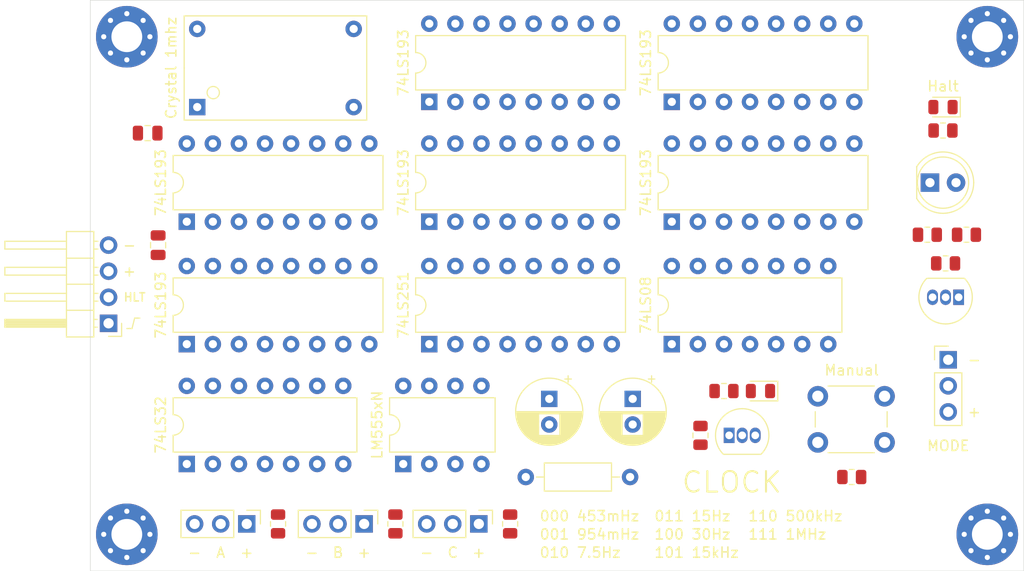
<source format=kicad_pcb>
(kicad_pcb (version 20171130) (host pcbnew "(5.1.10-1-10_14)")

  (general
    (thickness 1.6)
    (drawings 41)
    (tracks 0)
    (zones 0)
    (modules 41)
    (nets 71)
  )

  (page A4)
  (layers
    (0 F.Cu signal)
    (1 In1.Cu signal)
    (2 In2.Cu signal)
    (31 B.Cu signal)
    (32 B.Adhes user)
    (33 F.Adhes user)
    (34 B.Paste user)
    (35 F.Paste user)
    (36 B.SilkS user)
    (37 F.SilkS user)
    (38 B.Mask user)
    (39 F.Mask user)
    (40 Dwgs.User user)
    (41 Cmts.User user)
    (42 Eco1.User user)
    (43 Eco2.User user)
    (44 Edge.Cuts user)
    (45 Margin user)
    (46 B.CrtYd user)
    (47 F.CrtYd user)
    (48 B.Fab user)
    (49 F.Fab user)
  )

  (setup
    (last_trace_width 0.25)
    (user_trace_width 0.5)
    (user_trace_width 0.75)
    (user_trace_width 1)
    (trace_clearance 0.2)
    (zone_clearance 0.508)
    (zone_45_only no)
    (trace_min 0.2)
    (via_size 0.8)
    (via_drill 0.4)
    (via_min_size 0.4)
    (via_min_drill 0.3)
    (uvia_size 0.3)
    (uvia_drill 0.1)
    (uvias_allowed no)
    (uvia_min_size 0.2)
    (uvia_min_drill 0.1)
    (edge_width 0.05)
    (segment_width 0.2)
    (pcb_text_width 0.3)
    (pcb_text_size 1.5 1.5)
    (mod_edge_width 0.12)
    (mod_text_size 1 1)
    (mod_text_width 0.15)
    (pad_size 1.524 1.524)
    (pad_drill 0.762)
    (pad_to_mask_clearance 0)
    (aux_axis_origin 0 0)
    (visible_elements FFFFFF7F)
    (pcbplotparams
      (layerselection 0x3ffff_ffffffff)
      (usegerberextensions false)
      (usegerberattributes true)
      (usegerberadvancedattributes true)
      (creategerberjobfile true)
      (excludeedgelayer true)
      (linewidth 0.100000)
      (plotframeref false)
      (viasonmask false)
      (mode 1)
      (useauxorigin false)
      (hpglpennumber 1)
      (hpglpenspeed 20)
      (hpglpendiameter 15.000000)
      (psnegative false)
      (psa4output false)
      (plotreference true)
      (plotvalue true)
      (plotinvisibletext false)
      (padsonsilk false)
      (subtractmaskfromsilk false)
      (outputformat 1)
      (mirror false)
      (drillshape 0)
      (scaleselection 1)
      (outputdirectory "GERBER/"))
  )

  (net 0 "")
  (net 1 GND)
  (net 2 VCC)
  (net 3 "Net-(C3-Pad1)")
  (net 4 "Net-(C4-Pad1)")
  (net 5 CLOCK_OUT)
  (net 6 "Net-(J3-Pad2)")
  (net 7 "Net-(J5-Pad2)")
  (net 8 "Net-(J6-Pad2)")
  (net 9 "Net-(Q1-Pad1)")
  (net 10 "Net-(R3-Pad2)")
  (net 11 "Net-(U1-Pad7)")
  (net 12 "Net-(U1-Pad6)")
  (net 13 "Net-(U1-Pad13)")
  (net 14 "Net-(U1-Pad5)")
  (net 15 "Net-(U1-Pad12)")
  (net 16 "Net-(U1-Pad11)")
  (net 17 "Net-(U1-Pad3)")
  (net 18 "Net-(U1-Pad2)")
  (net 19 "Net-(U2-Pad7)")
  (net 20 "Net-(U2-Pad6)")
  (net 21 "Net-(U2-Pad13)")
  (net 22 "Net-(U2-Pad12)")
  (net 23 "Net-(U2-Pad11)")
  (net 24 "Net-(U2-Pad3)")
  (net 25 "Net-(U2-Pad2)")
  (net 26 "Net-(U3-Pad1)")
  (net 27 1MHz_Pulse)
  (net 28 "Net-(U4-Pad7)")
  (net 29 "Net-(U4-Pad6)")
  (net 30 "Net-(U4-Pad13)")
  (net 31 "Net-(U4-Pad11)")
  (net 32 "Net-(U4-Pad3)")
  (net 33 "Net-(U4-Pad2)")
  (net 34 "Net-(U5-Pad15)")
  (net 35 "Net-(U5-Pad6)")
  (net 36 "Net-(U5-Pad4)")
  (net 37 "Net-(U5-Pad3)")
  (net 38 "Net-(U5-Pad2)")
  (net 39 "Net-(U5-Pad1)")
  (net 40 "Net-(U6-Pad13)")
  (net 41 "Net-(U6-Pad12)")
  (net 42 "Net-(U6-Pad11)")
  (net 43 "Net-(U6-Pad3)")
  (net 44 "Net-(U6-Pad2)")
  (net 45 "Net-(U7-Pad6)")
  (net 46 "Net-(U7-Pad13)")
  (net 47 "Net-(U7-Pad12)")
  (net 48 "Net-(U7-Pad11)")
  (net 49 "Net-(U7-Pad2)")
  (net 50 "Net-(U8-Pad7)")
  (net 51 "Net-(U8-Pad6)")
  (net 52 "Net-(U8-Pad13)")
  (net 53 "Net-(U8-Pad12)")
  (net 54 "Net-(U8-Pad11)")
  (net 55 "Net-(U8-Pad2)")
  (net 56 "Net-(U11-Pad4)")
  (net 57 Monostable_Pulse)
  (net 58 "Net-(U5-Pad5)")
  (net 59 "Net-(D1-Pad2)")
  (net 60 "Net-(D1-Pad1)")
  (net 61 "Net-(D2-Pad1)")
  (net 62 "Net-(D3-Pad1)")
  (net 63 "Net-(Q2-Pad1)")
  (net 64 "Net-(U10-Pad2)")
  (net 65 "Net-(U10-Pad3)")
  (net 66 "Net-(U10-Pad1)")
  (net 67 HALT)
  (net 68 "Net-(J3-Pad1)")
  (net 69 "Net-(J5-Pad1)")
  (net 70 "Net-(J6-Pad1)")

  (net_class Default "This is the default net class."
    (clearance 0.2)
    (trace_width 0.25)
    (via_dia 0.8)
    (via_drill 0.4)
    (uvia_dia 0.3)
    (uvia_drill 0.1)
    (add_net 1MHz_Pulse)
    (add_net CLOCK_OUT)
    (add_net GND)
    (add_net HALT)
    (add_net Monostable_Pulse)
    (add_net "Net-(C3-Pad1)")
    (add_net "Net-(C4-Pad1)")
    (add_net "Net-(D1-Pad1)")
    (add_net "Net-(D1-Pad2)")
    (add_net "Net-(D2-Pad1)")
    (add_net "Net-(D3-Pad1)")
    (add_net "Net-(J3-Pad1)")
    (add_net "Net-(J3-Pad2)")
    (add_net "Net-(J5-Pad1)")
    (add_net "Net-(J5-Pad2)")
    (add_net "Net-(J6-Pad1)")
    (add_net "Net-(J6-Pad2)")
    (add_net "Net-(Q1-Pad1)")
    (add_net "Net-(Q2-Pad1)")
    (add_net "Net-(R3-Pad2)")
    (add_net "Net-(U1-Pad11)")
    (add_net "Net-(U1-Pad12)")
    (add_net "Net-(U1-Pad13)")
    (add_net "Net-(U1-Pad2)")
    (add_net "Net-(U1-Pad3)")
    (add_net "Net-(U1-Pad5)")
    (add_net "Net-(U1-Pad6)")
    (add_net "Net-(U1-Pad7)")
    (add_net "Net-(U10-Pad1)")
    (add_net "Net-(U10-Pad2)")
    (add_net "Net-(U10-Pad3)")
    (add_net "Net-(U11-Pad4)")
    (add_net "Net-(U2-Pad11)")
    (add_net "Net-(U2-Pad12)")
    (add_net "Net-(U2-Pad13)")
    (add_net "Net-(U2-Pad2)")
    (add_net "Net-(U2-Pad3)")
    (add_net "Net-(U2-Pad6)")
    (add_net "Net-(U2-Pad7)")
    (add_net "Net-(U3-Pad1)")
    (add_net "Net-(U4-Pad11)")
    (add_net "Net-(U4-Pad13)")
    (add_net "Net-(U4-Pad2)")
    (add_net "Net-(U4-Pad3)")
    (add_net "Net-(U4-Pad6)")
    (add_net "Net-(U4-Pad7)")
    (add_net "Net-(U5-Pad1)")
    (add_net "Net-(U5-Pad15)")
    (add_net "Net-(U5-Pad2)")
    (add_net "Net-(U5-Pad3)")
    (add_net "Net-(U5-Pad4)")
    (add_net "Net-(U5-Pad5)")
    (add_net "Net-(U5-Pad6)")
    (add_net "Net-(U6-Pad11)")
    (add_net "Net-(U6-Pad12)")
    (add_net "Net-(U6-Pad13)")
    (add_net "Net-(U6-Pad2)")
    (add_net "Net-(U6-Pad3)")
    (add_net "Net-(U7-Pad11)")
    (add_net "Net-(U7-Pad12)")
    (add_net "Net-(U7-Pad13)")
    (add_net "Net-(U7-Pad2)")
    (add_net "Net-(U7-Pad6)")
    (add_net "Net-(U8-Pad11)")
    (add_net "Net-(U8-Pad12)")
    (add_net "Net-(U8-Pad13)")
    (add_net "Net-(U8-Pad2)")
    (add_net "Net-(U8-Pad6)")
    (add_net "Net-(U8-Pad7)")
    (add_net VCC)
  )

  (module Connector_PinHeader_2.54mm:PinHeader_1x04_P2.54mm_Horizontal (layer F.Cu) (tedit 59FED5CB) (tstamp 60FFC7E6)
    (at 63.754 53.086 180)
    (descr "Through hole angled pin header, 1x04, 2.54mm pitch, 6mm pin length, single row")
    (tags "Through hole angled pin header THT 1x04 2.54mm single row")
    (path /63405DEE)
    (fp_text reference J2 (at 4.385 -2.27) (layer F.SilkS) hide
      (effects (font (size 1 1) (thickness 0.15)))
    )
    (fp_text value Conn_01x08 (at 4.385 9.89) (layer F.Fab) hide
      (effects (font (size 1 1) (thickness 0.15)))
    )
    (fp_line (start 10.55 -1.8) (end -1.8 -1.8) (layer F.CrtYd) (width 0.05))
    (fp_line (start 10.55 9.4) (end 10.55 -1.8) (layer F.CrtYd) (width 0.05))
    (fp_line (start -1.8 9.4) (end 10.55 9.4) (layer F.CrtYd) (width 0.05))
    (fp_line (start -1.8 -1.8) (end -1.8 9.4) (layer F.CrtYd) (width 0.05))
    (fp_line (start -1.27 -1.27) (end 0 -1.27) (layer F.SilkS) (width 0.12))
    (fp_line (start -1.27 0) (end -1.27 -1.27) (layer F.SilkS) (width 0.12))
    (fp_line (start 1.042929 8) (end 1.44 8) (layer F.SilkS) (width 0.12))
    (fp_line (start 1.042929 7.24) (end 1.44 7.24) (layer F.SilkS) (width 0.12))
    (fp_line (start 10.1 8) (end 4.1 8) (layer F.SilkS) (width 0.12))
    (fp_line (start 10.1 7.24) (end 10.1 8) (layer F.SilkS) (width 0.12))
    (fp_line (start 4.1 7.24) (end 10.1 7.24) (layer F.SilkS) (width 0.12))
    (fp_line (start 1.44 6.35) (end 4.1 6.35) (layer F.SilkS) (width 0.12))
    (fp_line (start 1.042929 5.46) (end 1.44 5.46) (layer F.SilkS) (width 0.12))
    (fp_line (start 1.042929 4.7) (end 1.44 4.7) (layer F.SilkS) (width 0.12))
    (fp_line (start 10.1 5.46) (end 4.1 5.46) (layer F.SilkS) (width 0.12))
    (fp_line (start 10.1 4.7) (end 10.1 5.46) (layer F.SilkS) (width 0.12))
    (fp_line (start 4.1 4.7) (end 10.1 4.7) (layer F.SilkS) (width 0.12))
    (fp_line (start 1.44 3.81) (end 4.1 3.81) (layer F.SilkS) (width 0.12))
    (fp_line (start 1.042929 2.92) (end 1.44 2.92) (layer F.SilkS) (width 0.12))
    (fp_line (start 1.042929 2.16) (end 1.44 2.16) (layer F.SilkS) (width 0.12))
    (fp_line (start 10.1 2.92) (end 4.1 2.92) (layer F.SilkS) (width 0.12))
    (fp_line (start 10.1 2.16) (end 10.1 2.92) (layer F.SilkS) (width 0.12))
    (fp_line (start 4.1 2.16) (end 10.1 2.16) (layer F.SilkS) (width 0.12))
    (fp_line (start 1.44 1.27) (end 4.1 1.27) (layer F.SilkS) (width 0.12))
    (fp_line (start 1.11 0.38) (end 1.44 0.38) (layer F.SilkS) (width 0.12))
    (fp_line (start 1.11 -0.38) (end 1.44 -0.38) (layer F.SilkS) (width 0.12))
    (fp_line (start 4.1 0.28) (end 10.1 0.28) (layer F.SilkS) (width 0.12))
    (fp_line (start 4.1 0.16) (end 10.1 0.16) (layer F.SilkS) (width 0.12))
    (fp_line (start 4.1 0.04) (end 10.1 0.04) (layer F.SilkS) (width 0.12))
    (fp_line (start 4.1 -0.08) (end 10.1 -0.08) (layer F.SilkS) (width 0.12))
    (fp_line (start 4.1 -0.2) (end 10.1 -0.2) (layer F.SilkS) (width 0.12))
    (fp_line (start 4.1 -0.32) (end 10.1 -0.32) (layer F.SilkS) (width 0.12))
    (fp_line (start 10.1 0.38) (end 4.1 0.38) (layer F.SilkS) (width 0.12))
    (fp_line (start 10.1 -0.38) (end 10.1 0.38) (layer F.SilkS) (width 0.12))
    (fp_line (start 4.1 -0.38) (end 10.1 -0.38) (layer F.SilkS) (width 0.12))
    (fp_line (start 4.1 -1.33) (end 1.44 -1.33) (layer F.SilkS) (width 0.12))
    (fp_line (start 4.1 8.95) (end 4.1 -1.33) (layer F.SilkS) (width 0.12))
    (fp_line (start 1.44 8.95) (end 4.1 8.95) (layer F.SilkS) (width 0.12))
    (fp_line (start 1.44 -1.33) (end 1.44 8.95) (layer F.SilkS) (width 0.12))
    (fp_line (start 4.04 7.94) (end 10.04 7.94) (layer F.Fab) (width 0.1))
    (fp_line (start 10.04 7.3) (end 10.04 7.94) (layer F.Fab) (width 0.1))
    (fp_line (start 4.04 7.3) (end 10.04 7.3) (layer F.Fab) (width 0.1))
    (fp_line (start -0.32 7.94) (end 1.5 7.94) (layer F.Fab) (width 0.1))
    (fp_line (start -0.32 7.3) (end -0.32 7.94) (layer F.Fab) (width 0.1))
    (fp_line (start -0.32 7.3) (end 1.5 7.3) (layer F.Fab) (width 0.1))
    (fp_line (start 4.04 5.4) (end 10.04 5.4) (layer F.Fab) (width 0.1))
    (fp_line (start 10.04 4.76) (end 10.04 5.4) (layer F.Fab) (width 0.1))
    (fp_line (start 4.04 4.76) (end 10.04 4.76) (layer F.Fab) (width 0.1))
    (fp_line (start -0.32 5.4) (end 1.5 5.4) (layer F.Fab) (width 0.1))
    (fp_line (start -0.32 4.76) (end -0.32 5.4) (layer F.Fab) (width 0.1))
    (fp_line (start -0.32 4.76) (end 1.5 4.76) (layer F.Fab) (width 0.1))
    (fp_line (start 4.04 2.86) (end 10.04 2.86) (layer F.Fab) (width 0.1))
    (fp_line (start 10.04 2.22) (end 10.04 2.86) (layer F.Fab) (width 0.1))
    (fp_line (start 4.04 2.22) (end 10.04 2.22) (layer F.Fab) (width 0.1))
    (fp_line (start -0.32 2.86) (end 1.5 2.86) (layer F.Fab) (width 0.1))
    (fp_line (start -0.32 2.22) (end -0.32 2.86) (layer F.Fab) (width 0.1))
    (fp_line (start -0.32 2.22) (end 1.5 2.22) (layer F.Fab) (width 0.1))
    (fp_line (start 4.04 0.32) (end 10.04 0.32) (layer F.Fab) (width 0.1))
    (fp_line (start 10.04 -0.32) (end 10.04 0.32) (layer F.Fab) (width 0.1))
    (fp_line (start 4.04 -0.32) (end 10.04 -0.32) (layer F.Fab) (width 0.1))
    (fp_line (start -0.32 0.32) (end 1.5 0.32) (layer F.Fab) (width 0.1))
    (fp_line (start -0.32 -0.32) (end -0.32 0.32) (layer F.Fab) (width 0.1))
    (fp_line (start -0.32 -0.32) (end 1.5 -0.32) (layer F.Fab) (width 0.1))
    (fp_line (start 1.5 -0.635) (end 2.135 -1.27) (layer F.Fab) (width 0.1))
    (fp_line (start 1.5 8.89) (end 1.5 -0.635) (layer F.Fab) (width 0.1))
    (fp_line (start 4.04 8.89) (end 1.5 8.89) (layer F.Fab) (width 0.1))
    (fp_line (start 4.04 -1.27) (end 4.04 8.89) (layer F.Fab) (width 0.1))
    (fp_line (start 2.135 -1.27) (end 4.04 -1.27) (layer F.Fab) (width 0.1))
    (fp_text user %R (at 3.048 2.032 90) (layer F.Fab) hide
      (effects (font (size 1 1) (thickness 0.15)))
    )
    (pad 4 thru_hole oval (at 0 7.62 180) (size 1.7 1.7) (drill 1) (layers *.Cu *.Mask)
      (net 1 GND))
    (pad 3 thru_hole oval (at 0 5.08 180) (size 1.7 1.7) (drill 1) (layers *.Cu *.Mask)
      (net 2 VCC))
    (pad 2 thru_hole oval (at 0 2.54 180) (size 1.7 1.7) (drill 1) (layers *.Cu *.Mask)
      (net 67 HALT))
    (pad 1 thru_hole rect (at 0 0 180) (size 1.7 1.7) (drill 1) (layers *.Cu *.Mask)
      (net 5 CLOCK_OUT))
    (model ${KISYS3DMOD}/Connector_PinHeader_2.54mm.3dshapes/PinHeader_1x04_P2.54mm_Horizontal.wrl
      (at (xyz 0 0 0))
      (scale (xyz 1 1 1))
      (rotate (xyz 0 0 0))
    )
  )

  (module MountingHole:MountingHole_3mm_Pad_Via (layer F.Cu) (tedit 56DDBED4) (tstamp 610D5535)
    (at 149.352 25.146)
    (descr "Mounting Hole 3mm")
    (tags "mounting hole 3mm")
    (attr virtual)
    (fp_text reference REF** (at 0 -4) (layer F.SilkS) hide
      (effects (font (size 1 1) (thickness 0.15)))
    )
    (fp_text value MountingHole_3mm_Pad_Via (at 0 4) (layer F.Fab) hide
      (effects (font (size 1 1) (thickness 0.15)))
    )
    (fp_circle (center 0 0) (end 3 0) (layer Cmts.User) (width 0.15))
    (fp_circle (center 0 0) (end 3.25 0) (layer F.CrtYd) (width 0.05))
    (fp_text user %R (at 0.3 0) (layer F.Fab) hide
      (effects (font (size 1 1) (thickness 0.15)))
    )
    (pad 1 thru_hole circle (at 0 0) (size 6 6) (drill 3) (layers *.Cu *.Mask))
    (pad 1 thru_hole circle (at 2.25 0) (size 0.8 0.8) (drill 0.5) (layers *.Cu *.Mask))
    (pad 1 thru_hole circle (at 1.59099 1.59099) (size 0.8 0.8) (drill 0.5) (layers *.Cu *.Mask))
    (pad 1 thru_hole circle (at 0 2.25) (size 0.8 0.8) (drill 0.5) (layers *.Cu *.Mask))
    (pad 1 thru_hole circle (at -1.59099 1.59099) (size 0.8 0.8) (drill 0.5) (layers *.Cu *.Mask))
    (pad 1 thru_hole circle (at -2.25 0) (size 0.8 0.8) (drill 0.5) (layers *.Cu *.Mask))
    (pad 1 thru_hole circle (at -1.59099 -1.59099) (size 0.8 0.8) (drill 0.5) (layers *.Cu *.Mask))
    (pad 1 thru_hole circle (at 0 -2.25) (size 0.8 0.8) (drill 0.5) (layers *.Cu *.Mask))
    (pad 1 thru_hole circle (at 1.59099 -1.59099) (size 0.8 0.8) (drill 0.5) (layers *.Cu *.Mask))
  )

  (module MountingHole:MountingHole_3mm_Pad_Via (layer F.Cu) (tedit 56DDBED4) (tstamp 610D5361)
    (at 149.352 73.66)
    (descr "Mounting Hole 3mm")
    (tags "mounting hole 3mm")
    (attr virtual)
    (fp_text reference REF** (at 0 -4) (layer F.SilkS) hide
      (effects (font (size 1 1) (thickness 0.15)))
    )
    (fp_text value MountingHole_3mm_Pad_Via (at 0 4) (layer F.Fab) hide
      (effects (font (size 1 1) (thickness 0.15)))
    )
    (fp_circle (center 0 0) (end 3.25 0) (layer F.CrtYd) (width 0.05))
    (fp_circle (center 0 0) (end 3 0) (layer Cmts.User) (width 0.15))
    (fp_text user %R (at 0.3 0) (layer F.Fab) hide
      (effects (font (size 1 1) (thickness 0.15)))
    )
    (pad 1 thru_hole circle (at 1.59099 -1.59099) (size 0.8 0.8) (drill 0.5) (layers *.Cu *.Mask))
    (pad 1 thru_hole circle (at 0 -2.25) (size 0.8 0.8) (drill 0.5) (layers *.Cu *.Mask))
    (pad 1 thru_hole circle (at -1.59099 -1.59099) (size 0.8 0.8) (drill 0.5) (layers *.Cu *.Mask))
    (pad 1 thru_hole circle (at -2.25 0) (size 0.8 0.8) (drill 0.5) (layers *.Cu *.Mask))
    (pad 1 thru_hole circle (at -1.59099 1.59099) (size 0.8 0.8) (drill 0.5) (layers *.Cu *.Mask))
    (pad 1 thru_hole circle (at 0 2.25) (size 0.8 0.8) (drill 0.5) (layers *.Cu *.Mask))
    (pad 1 thru_hole circle (at 1.59099 1.59099) (size 0.8 0.8) (drill 0.5) (layers *.Cu *.Mask))
    (pad 1 thru_hole circle (at 2.25 0) (size 0.8 0.8) (drill 0.5) (layers *.Cu *.Mask))
    (pad 1 thru_hole circle (at 0 0) (size 6 6) (drill 3) (layers *.Cu *.Mask))
  )

  (module MountingHole:MountingHole_3mm_Pad_Via (layer F.Cu) (tedit 56DDBED4) (tstamp 610D506D)
    (at 65.532 73.66)
    (descr "Mounting Hole 3mm")
    (tags "mounting hole 3mm")
    (attr virtual)
    (fp_text reference REF** (at 0 -4) (layer F.SilkS) hide
      (effects (font (size 1 1) (thickness 0.15)))
    )
    (fp_text value MountingHole_3mm_Pad_Via (at 0 4) (layer F.Fab) hide
      (effects (font (size 1 1) (thickness 0.15)))
    )
    (fp_circle (center 0 0) (end 3 0) (layer Cmts.User) (width 0.15))
    (fp_circle (center 0 0) (end 3.25 0) (layer F.CrtYd) (width 0.05))
    (fp_text user %R (at 0.3 0) (layer F.Fab) hide
      (effects (font (size 1 1) (thickness 0.15)))
    )
    (pad 1 thru_hole circle (at 0 0) (size 6 6) (drill 3) (layers *.Cu *.Mask))
    (pad 1 thru_hole circle (at 2.25 0) (size 0.8 0.8) (drill 0.5) (layers *.Cu *.Mask))
    (pad 1 thru_hole circle (at 1.59099 1.59099) (size 0.8 0.8) (drill 0.5) (layers *.Cu *.Mask))
    (pad 1 thru_hole circle (at 0 2.25) (size 0.8 0.8) (drill 0.5) (layers *.Cu *.Mask))
    (pad 1 thru_hole circle (at -1.59099 1.59099) (size 0.8 0.8) (drill 0.5) (layers *.Cu *.Mask))
    (pad 1 thru_hole circle (at -2.25 0) (size 0.8 0.8) (drill 0.5) (layers *.Cu *.Mask))
    (pad 1 thru_hole circle (at -1.59099 -1.59099) (size 0.8 0.8) (drill 0.5) (layers *.Cu *.Mask))
    (pad 1 thru_hole circle (at 0 -2.25) (size 0.8 0.8) (drill 0.5) (layers *.Cu *.Mask))
    (pad 1 thru_hole circle (at 1.59099 -1.59099) (size 0.8 0.8) (drill 0.5) (layers *.Cu *.Mask))
  )

  (module MountingHole:MountingHole_3mm_Pad_Via (layer F.Cu) (tedit 56DDBED4) (tstamp 610D5025)
    (at 65.532 25.146)
    (descr "Mounting Hole 3mm")
    (tags "mounting hole 3mm")
    (attr virtual)
    (fp_text reference REF** (at 0 -4) (layer F.SilkS) hide
      (effects (font (size 1 1) (thickness 0.15)))
    )
    (fp_text value MountingHole_3mm_Pad_Via (at 0 4) (layer F.Fab) hide
      (effects (font (size 1 1) (thickness 0.15)))
    )
    (fp_circle (center 0 0) (end 3.25 0) (layer F.CrtYd) (width 0.05))
    (fp_circle (center 0 0) (end 3 0) (layer Cmts.User) (width 0.15))
    (fp_text user %R (at 0.3 0) (layer F.Fab) hide
      (effects (font (size 1 1) (thickness 0.15)))
    )
    (pad 1 thru_hole circle (at 1.59099 -1.59099) (size 0.8 0.8) (drill 0.5) (layers *.Cu *.Mask))
    (pad 1 thru_hole circle (at 0 -2.25) (size 0.8 0.8) (drill 0.5) (layers *.Cu *.Mask))
    (pad 1 thru_hole circle (at -1.59099 -1.59099) (size 0.8 0.8) (drill 0.5) (layers *.Cu *.Mask))
    (pad 1 thru_hole circle (at -2.25 0) (size 0.8 0.8) (drill 0.5) (layers *.Cu *.Mask))
    (pad 1 thru_hole circle (at -1.59099 1.59099) (size 0.8 0.8) (drill 0.5) (layers *.Cu *.Mask))
    (pad 1 thru_hole circle (at 0 2.25) (size 0.8 0.8) (drill 0.5) (layers *.Cu *.Mask))
    (pad 1 thru_hole circle (at 1.59099 1.59099) (size 0.8 0.8) (drill 0.5) (layers *.Cu *.Mask))
    (pad 1 thru_hole circle (at 2.25 0) (size 0.8 0.8) (drill 0.5) (layers *.Cu *.Mask))
    (pad 1 thru_hole circle (at 0 0) (size 6 6) (drill 3) (layers *.Cu *.Mask))
  )

  (module Resistor_SMD:R_0805_2012Metric (layer F.Cu) (tedit 5F68FEEE) (tstamp 610D18AA)
    (at 136.144 68.072)
    (descr "Resistor SMD 0805 (2012 Metric), square (rectangular) end terminal, IPC_7351 nominal, (Body size source: IPC-SM-782 page 72, https://www.pcb-3d.com/wordpress/wp-content/uploads/ipc-sm-782a_amendment_1_and_2.pdf), generated with kicad-footprint-generator")
    (tags resistor)
    (path /630247E7)
    (attr smd)
    (fp_text reference R3 (at 0 -1.65) (layer F.SilkS) hide
      (effects (font (size 1 1) (thickness 0.15)))
    )
    (fp_text value R_Small_US (at 0 1.65) (layer F.Fab) hide
      (effects (font (size 1 1) (thickness 0.15)))
    )
    (fp_line (start 1.68 0.95) (end -1.68 0.95) (layer F.CrtYd) (width 0.05))
    (fp_line (start 1.68 -0.95) (end 1.68 0.95) (layer F.CrtYd) (width 0.05))
    (fp_line (start -1.68 -0.95) (end 1.68 -0.95) (layer F.CrtYd) (width 0.05))
    (fp_line (start -1.68 0.95) (end -1.68 -0.95) (layer F.CrtYd) (width 0.05))
    (fp_line (start -0.227064 0.735) (end 0.227064 0.735) (layer F.SilkS) (width 0.12))
    (fp_line (start -0.227064 -0.735) (end 0.227064 -0.735) (layer F.SilkS) (width 0.12))
    (fp_line (start 1 0.625) (end -1 0.625) (layer F.Fab) (width 0.1))
    (fp_line (start 1 -0.625) (end 1 0.625) (layer F.Fab) (width 0.1))
    (fp_line (start -1 -0.625) (end 1 -0.625) (layer F.Fab) (width 0.1))
    (fp_line (start -1 0.625) (end -1 -0.625) (layer F.Fab) (width 0.1))
    (fp_text user %R (at 0 0) (layer F.Fab) hide
      (effects (font (size 0.5 0.5) (thickness 0.08)))
    )
    (pad 2 smd roundrect (at 0.9125 0) (size 1.025 1.4) (layers F.Cu F.Paste F.Mask) (roundrect_rratio 0.243902)
      (net 10 "Net-(R3-Pad2)"))
    (pad 1 smd roundrect (at -0.9125 0) (size 1.025 1.4) (layers F.Cu F.Paste F.Mask) (roundrect_rratio 0.243902)
      (net 2 VCC))
    (model ${KISYS3DMOD}/Resistor_SMD.3dshapes/R_0805_2012Metric.wrl
      (at (xyz 0 0 0))
      (scale (xyz 1 1 1))
      (rotate (xyz 0 0 0))
    )
  )

  (module Resistor_SMD:R_0805_2012Metric (layer F.Cu) (tedit 5F68FEEE) (tstamp 610CE449)
    (at 102.87 72.644 270)
    (descr "Resistor SMD 0805 (2012 Metric), square (rectangular) end terminal, IPC_7351 nominal, (Body size source: IPC-SM-782 page 72, https://www.pcb-3d.com/wordpress/wp-content/uploads/ipc-sm-782a_amendment_1_and_2.pdf), generated with kicad-footprint-generator")
    (tags resistor)
    (path /663F529D)
    (attr smd)
    (fp_text reference R11 (at 0 -1.65 90) (layer F.SilkS) hide
      (effects (font (size 1 1) (thickness 0.15)))
    )
    (fp_text value R_Small_US (at 0 1.65 90) (layer F.Fab) hide
      (effects (font (size 1 1) (thickness 0.15)))
    )
    (fp_line (start 1.68 0.95) (end -1.68 0.95) (layer F.CrtYd) (width 0.05))
    (fp_line (start 1.68 -0.95) (end 1.68 0.95) (layer F.CrtYd) (width 0.05))
    (fp_line (start -1.68 -0.95) (end 1.68 -0.95) (layer F.CrtYd) (width 0.05))
    (fp_line (start -1.68 0.95) (end -1.68 -0.95) (layer F.CrtYd) (width 0.05))
    (fp_line (start -0.227064 0.735) (end 0.227064 0.735) (layer F.SilkS) (width 0.12))
    (fp_line (start -0.227064 -0.735) (end 0.227064 -0.735) (layer F.SilkS) (width 0.12))
    (fp_line (start 1 0.625) (end -1 0.625) (layer F.Fab) (width 0.1))
    (fp_line (start 1 -0.625) (end 1 0.625) (layer F.Fab) (width 0.1))
    (fp_line (start -1 -0.625) (end 1 -0.625) (layer F.Fab) (width 0.1))
    (fp_line (start -1 0.625) (end -1 -0.625) (layer F.Fab) (width 0.1))
    (fp_text user %R (at 0 0 90) (layer F.Fab) hide
      (effects (font (size 0.5 0.5) (thickness 0.08)))
    )
    (pad 2 smd roundrect (at 0.9125 0 270) (size 1.025 1.4) (layers F.Cu F.Paste F.Mask) (roundrect_rratio 0.243902)
      (net 2 VCC))
    (pad 1 smd roundrect (at -0.9125 0 270) (size 1.025 1.4) (layers F.Cu F.Paste F.Mask) (roundrect_rratio 0.243902)
      (net 70 "Net-(J6-Pad1)"))
    (model ${KISYS3DMOD}/Resistor_SMD.3dshapes/R_0805_2012Metric.wrl
      (at (xyz 0 0 0))
      (scale (xyz 1 1 1))
      (rotate (xyz 0 0 0))
    )
  )

  (module Resistor_SMD:R_0805_2012Metric (layer F.Cu) (tedit 5F68FEEE) (tstamp 610CE438)
    (at 91.694 72.644 270)
    (descr "Resistor SMD 0805 (2012 Metric), square (rectangular) end terminal, IPC_7351 nominal, (Body size source: IPC-SM-782 page 72, https://www.pcb-3d.com/wordpress/wp-content/uploads/ipc-sm-782a_amendment_1_and_2.pdf), generated with kicad-footprint-generator")
    (tags resistor)
    (path /663EA029)
    (attr smd)
    (fp_text reference R10 (at 0 -1.65 90) (layer F.SilkS) hide
      (effects (font (size 1 1) (thickness 0.15)))
    )
    (fp_text value R_Small_US (at 0 1.65 90) (layer F.Fab) hide
      (effects (font (size 1 1) (thickness 0.15)))
    )
    (fp_line (start 1.68 0.95) (end -1.68 0.95) (layer F.CrtYd) (width 0.05))
    (fp_line (start 1.68 -0.95) (end 1.68 0.95) (layer F.CrtYd) (width 0.05))
    (fp_line (start -1.68 -0.95) (end 1.68 -0.95) (layer F.CrtYd) (width 0.05))
    (fp_line (start -1.68 0.95) (end -1.68 -0.95) (layer F.CrtYd) (width 0.05))
    (fp_line (start -0.227064 0.735) (end 0.227064 0.735) (layer F.SilkS) (width 0.12))
    (fp_line (start -0.227064 -0.735) (end 0.227064 -0.735) (layer F.SilkS) (width 0.12))
    (fp_line (start 1 0.625) (end -1 0.625) (layer F.Fab) (width 0.1))
    (fp_line (start 1 -0.625) (end 1 0.625) (layer F.Fab) (width 0.1))
    (fp_line (start -1 -0.625) (end 1 -0.625) (layer F.Fab) (width 0.1))
    (fp_line (start -1 0.625) (end -1 -0.625) (layer F.Fab) (width 0.1))
    (fp_text user %R (at 0 0 90) (layer F.Fab) hide
      (effects (font (size 0.5 0.5) (thickness 0.08)))
    )
    (pad 2 smd roundrect (at 0.9125 0 270) (size 1.025 1.4) (layers F.Cu F.Paste F.Mask) (roundrect_rratio 0.243902)
      (net 2 VCC))
    (pad 1 smd roundrect (at -0.9125 0 270) (size 1.025 1.4) (layers F.Cu F.Paste F.Mask) (roundrect_rratio 0.243902)
      (net 69 "Net-(J5-Pad1)"))
    (model ${KISYS3DMOD}/Resistor_SMD.3dshapes/R_0805_2012Metric.wrl
      (at (xyz 0 0 0))
      (scale (xyz 1 1 1))
      (rotate (xyz 0 0 0))
    )
  )

  (module Resistor_SMD:R_0805_2012Metric (layer F.Cu) (tedit 5F68FEEE) (tstamp 610CE427)
    (at 80.264 72.644 270)
    (descr "Resistor SMD 0805 (2012 Metric), square (rectangular) end terminal, IPC_7351 nominal, (Body size source: IPC-SM-782 page 72, https://www.pcb-3d.com/wordpress/wp-content/uploads/ipc-sm-782a_amendment_1_and_2.pdf), generated with kicad-footprint-generator")
    (tags resistor)
    (path /663DE085)
    (attr smd)
    (fp_text reference R9 (at 0 -1.65 90) (layer F.SilkS) hide
      (effects (font (size 1 1) (thickness 0.15)))
    )
    (fp_text value R_Small_US (at 0 1.65 90) (layer F.Fab) hide
      (effects (font (size 1 1) (thickness 0.15)))
    )
    (fp_line (start 1.68 0.95) (end -1.68 0.95) (layer F.CrtYd) (width 0.05))
    (fp_line (start 1.68 -0.95) (end 1.68 0.95) (layer F.CrtYd) (width 0.05))
    (fp_line (start -1.68 -0.95) (end 1.68 -0.95) (layer F.CrtYd) (width 0.05))
    (fp_line (start -1.68 0.95) (end -1.68 -0.95) (layer F.CrtYd) (width 0.05))
    (fp_line (start -0.227064 0.735) (end 0.227064 0.735) (layer F.SilkS) (width 0.12))
    (fp_line (start -0.227064 -0.735) (end 0.227064 -0.735) (layer F.SilkS) (width 0.12))
    (fp_line (start 1 0.625) (end -1 0.625) (layer F.Fab) (width 0.1))
    (fp_line (start 1 -0.625) (end 1 0.625) (layer F.Fab) (width 0.1))
    (fp_line (start -1 -0.625) (end 1 -0.625) (layer F.Fab) (width 0.1))
    (fp_line (start -1 0.625) (end -1 -0.625) (layer F.Fab) (width 0.1))
    (fp_text user %R (at 0 0 90) (layer F.Fab) hide
      (effects (font (size 0.5 0.5) (thickness 0.08)))
    )
    (pad 2 smd roundrect (at 0.9125 0 270) (size 1.025 1.4) (layers F.Cu F.Paste F.Mask) (roundrect_rratio 0.243902)
      (net 2 VCC))
    (pad 1 smd roundrect (at -0.9125 0 270) (size 1.025 1.4) (layers F.Cu F.Paste F.Mask) (roundrect_rratio 0.243902)
      (net 68 "Net-(J3-Pad1)"))
    (model ${KISYS3DMOD}/Resistor_SMD.3dshapes/R_0805_2012Metric.wrl
      (at (xyz 0 0 0))
      (scale (xyz 1 1 1))
      (rotate (xyz 0 0 0))
    )
  )

  (module Resistor_THT:R_Axial_DIN0207_L6.3mm_D2.5mm_P10.16mm_Horizontal (layer F.Cu) (tedit 5AE5139B) (tstamp 610CE35F)
    (at 104.394 68.072)
    (descr "Resistor, Axial_DIN0207 series, Axial, Horizontal, pin pitch=10.16mm, 0.25W = 1/4W, length*diameter=6.3*2.5mm^2, http://cdn-reichelt.de/documents/datenblatt/B400/1_4W%23YAG.pdf")
    (tags "Resistor Axial_DIN0207 series Axial Horizontal pin pitch 10.16mm 0.25W = 1/4W length 6.3mm diameter 2.5mm")
    (path /63045959)
    (fp_text reference R2 (at 5.08 -2.37) (layer F.SilkS) hide
      (effects (font (size 1 1) (thickness 0.15)))
    )
    (fp_text value R_Small_US (at 5.08 2.37) (layer F.Fab) hide
      (effects (font (size 1 1) (thickness 0.15)))
    )
    (fp_line (start 11.21 -1.5) (end -1.05 -1.5) (layer F.CrtYd) (width 0.05))
    (fp_line (start 11.21 1.5) (end 11.21 -1.5) (layer F.CrtYd) (width 0.05))
    (fp_line (start -1.05 1.5) (end 11.21 1.5) (layer F.CrtYd) (width 0.05))
    (fp_line (start -1.05 -1.5) (end -1.05 1.5) (layer F.CrtYd) (width 0.05))
    (fp_line (start 9.12 0) (end 8.35 0) (layer F.SilkS) (width 0.12))
    (fp_line (start 1.04 0) (end 1.81 0) (layer F.SilkS) (width 0.12))
    (fp_line (start 8.35 -1.37) (end 1.81 -1.37) (layer F.SilkS) (width 0.12))
    (fp_line (start 8.35 1.37) (end 8.35 -1.37) (layer F.SilkS) (width 0.12))
    (fp_line (start 1.81 1.37) (end 8.35 1.37) (layer F.SilkS) (width 0.12))
    (fp_line (start 1.81 -1.37) (end 1.81 1.37) (layer F.SilkS) (width 0.12))
    (fp_line (start 10.16 0) (end 8.23 0) (layer F.Fab) (width 0.1))
    (fp_line (start 0 0) (end 1.93 0) (layer F.Fab) (width 0.1))
    (fp_line (start 8.23 -1.25) (end 1.93 -1.25) (layer F.Fab) (width 0.1))
    (fp_line (start 8.23 1.25) (end 8.23 -1.25) (layer F.Fab) (width 0.1))
    (fp_line (start 1.93 1.25) (end 8.23 1.25) (layer F.Fab) (width 0.1))
    (fp_line (start 1.93 -1.25) (end 1.93 1.25) (layer F.Fab) (width 0.1))
    (fp_text user %R (at 5.08 0) (layer F.Fab) hide
      (effects (font (size 1 1) (thickness 0.15)))
    )
    (pad 2 thru_hole oval (at 10.16 0) (size 1.6 1.6) (drill 0.8) (layers *.Cu *.Mask)
      (net 2 VCC))
    (pad 1 thru_hole circle (at 0 0) (size 1.6 1.6) (drill 0.8) (layers *.Cu *.Mask)
      (net 4 "Net-(C4-Pad1)"))
    (model ${KISYS3DMOD}/Resistor_THT.3dshapes/R_Axial_DIN0207_L6.3mm_D2.5mm_P10.16mm_Horizontal.wrl
      (at (xyz 0 0 0))
      (scale (xyz 1 1 1))
      (rotate (xyz 0 0 0))
    )
  )

  (module Button_Switch_THT:SW_PUSH_6mm (layer F.Cu) (tedit 5A02FE31) (tstamp 610CD05C)
    (at 132.842 60.198)
    (descr https://www.omron.com/ecb/products/pdf/en-b3f.pdf)
    (tags "tact sw push 6mm")
    (path /63021697)
    (fp_text reference SW3 (at 3.25 -2) (layer F.SilkS) hide
      (effects (font (size 1 1) (thickness 0.15)))
    )
    (fp_text value SW_Push (at 3.75 6.7) (layer F.Fab) hide
      (effects (font (size 1 1) (thickness 0.15)))
    )
    (fp_circle (center 3.25 2.25) (end 1.25 2.5) (layer F.Fab) (width 0.1))
    (fp_line (start 6.75 3) (end 6.75 1.5) (layer F.SilkS) (width 0.12))
    (fp_line (start 5.5 -1) (end 1 -1) (layer F.SilkS) (width 0.12))
    (fp_line (start -0.25 1.5) (end -0.25 3) (layer F.SilkS) (width 0.12))
    (fp_line (start 1 5.5) (end 5.5 5.5) (layer F.SilkS) (width 0.12))
    (fp_line (start 8 -1.25) (end 8 5.75) (layer F.CrtYd) (width 0.05))
    (fp_line (start 7.75 6) (end -1.25 6) (layer F.CrtYd) (width 0.05))
    (fp_line (start -1.5 5.75) (end -1.5 -1.25) (layer F.CrtYd) (width 0.05))
    (fp_line (start -1.25 -1.5) (end 7.75 -1.5) (layer F.CrtYd) (width 0.05))
    (fp_line (start -1.5 6) (end -1.25 6) (layer F.CrtYd) (width 0.05))
    (fp_line (start -1.5 5.75) (end -1.5 6) (layer F.CrtYd) (width 0.05))
    (fp_line (start -1.5 -1.5) (end -1.25 -1.5) (layer F.CrtYd) (width 0.05))
    (fp_line (start -1.5 -1.25) (end -1.5 -1.5) (layer F.CrtYd) (width 0.05))
    (fp_line (start 8 -1.5) (end 8 -1.25) (layer F.CrtYd) (width 0.05))
    (fp_line (start 7.75 -1.5) (end 8 -1.5) (layer F.CrtYd) (width 0.05))
    (fp_line (start 8 6) (end 8 5.75) (layer F.CrtYd) (width 0.05))
    (fp_line (start 7.75 6) (end 8 6) (layer F.CrtYd) (width 0.05))
    (fp_line (start 0.25 -0.75) (end 3.25 -0.75) (layer F.Fab) (width 0.1))
    (fp_line (start 0.25 5.25) (end 0.25 -0.75) (layer F.Fab) (width 0.1))
    (fp_line (start 6.25 5.25) (end 0.25 5.25) (layer F.Fab) (width 0.1))
    (fp_line (start 6.25 -0.75) (end 6.25 5.25) (layer F.Fab) (width 0.1))
    (fp_line (start 3.25 -0.75) (end 6.25 -0.75) (layer F.Fab) (width 0.1))
    (fp_text user %R (at 3.25 2.25) (layer F.Fab) hide
      (effects (font (size 1 1) (thickness 0.15)))
    )
    (pad 1 thru_hole circle (at 6.5 0 90) (size 2 2) (drill 1.1) (layers *.Cu *.Mask)
      (net 1 GND))
    (pad 2 thru_hole circle (at 6.5 4.5 90) (size 2 2) (drill 1.1) (layers *.Cu *.Mask)
      (net 10 "Net-(R3-Pad2)"))
    (pad 1 thru_hole circle (at 0 0 90) (size 2 2) (drill 1.1) (layers *.Cu *.Mask)
      (net 1 GND))
    (pad 2 thru_hole circle (at 0 4.5 90) (size 2 2) (drill 1.1) (layers *.Cu *.Mask)
      (net 10 "Net-(R3-Pad2)"))
    (model ${KISYS3DMOD}/Button_Switch_THT.3dshapes/SW_PUSH_6mm.wrl
      (at (xyz 0 0 0))
      (scale (xyz 1 1 1))
      (rotate (xyz 0 0 0))
    )
  )

  (module Resistor_SMD:R_0805_2012Metric (layer F.Cu) (tedit 5F68FEEE) (tstamp 610CD03D)
    (at 145.288 47.244 180)
    (descr "Resistor SMD 0805 (2012 Metric), square (rectangular) end terminal, IPC_7351 nominal, (Body size source: IPC-SM-782 page 72, https://www.pcb-3d.com/wordpress/wp-content/uploads/ipc-sm-782a_amendment_1_and_2.pdf), generated with kicad-footprint-generator")
    (tags resistor)
    (path /664C7DED)
    (attr smd)
    (fp_text reference R12 (at 0 -1.65) (layer F.SilkS) hide
      (effects (font (size 1 1) (thickness 0.15)))
    )
    (fp_text value R_Small_US (at 0 1.65) (layer F.Fab) hide
      (effects (font (size 1 1) (thickness 0.15)))
    )
    (fp_line (start 1.68 0.95) (end -1.68 0.95) (layer F.CrtYd) (width 0.05))
    (fp_line (start 1.68 -0.95) (end 1.68 0.95) (layer F.CrtYd) (width 0.05))
    (fp_line (start -1.68 -0.95) (end 1.68 -0.95) (layer F.CrtYd) (width 0.05))
    (fp_line (start -1.68 0.95) (end -1.68 -0.95) (layer F.CrtYd) (width 0.05))
    (fp_line (start -0.227064 0.735) (end 0.227064 0.735) (layer F.SilkS) (width 0.12))
    (fp_line (start -0.227064 -0.735) (end 0.227064 -0.735) (layer F.SilkS) (width 0.12))
    (fp_line (start 1 0.625) (end -1 0.625) (layer F.Fab) (width 0.1))
    (fp_line (start 1 -0.625) (end 1 0.625) (layer F.Fab) (width 0.1))
    (fp_line (start -1 -0.625) (end 1 -0.625) (layer F.Fab) (width 0.1))
    (fp_line (start -1 0.625) (end -1 -0.625) (layer F.Fab) (width 0.1))
    (fp_text user %R (at 0 0) (layer F.Fab) hide
      (effects (font (size 0.5 0.5) (thickness 0.08)))
    )
    (pad 2 smd roundrect (at 0.9125 0 180) (size 1.025 1.4) (layers F.Cu F.Paste F.Mask) (roundrect_rratio 0.243902)
      (net 1 GND))
    (pad 1 smd roundrect (at -0.9125 0 180) (size 1.025 1.4) (layers F.Cu F.Paste F.Mask) (roundrect_rratio 0.243902)
      (net 67 HALT))
    (model ${KISYS3DMOD}/Resistor_SMD.3dshapes/R_0805_2012Metric.wrl
      (at (xyz 0 0 0))
      (scale (xyz 1 1 1))
      (rotate (xyz 0 0 0))
    )
  )

  (module Resistor_SMD:R_0805_2012Metric (layer F.Cu) (tedit 5F68FEEE) (tstamp 610CCFE7)
    (at 145.034 34.29 180)
    (descr "Resistor SMD 0805 (2012 Metric), square (rectangular) end terminal, IPC_7351 nominal, (Body size source: IPC-SM-782 page 72, https://www.pcb-3d.com/wordpress/wp-content/uploads/ipc-sm-782a_amendment_1_and_2.pdf), generated with kicad-footprint-generator")
    (tags resistor)
    (path /61437FE0)
    (attr smd)
    (fp_text reference R8 (at 0 -1.65) (layer F.SilkS) hide
      (effects (font (size 1 1) (thickness 0.15)))
    )
    (fp_text value R_Small_US (at 0 1.65) (layer F.Fab) hide
      (effects (font (size 1 1) (thickness 0.15)))
    )
    (fp_line (start 1.68 0.95) (end -1.68 0.95) (layer F.CrtYd) (width 0.05))
    (fp_line (start 1.68 -0.95) (end 1.68 0.95) (layer F.CrtYd) (width 0.05))
    (fp_line (start -1.68 -0.95) (end 1.68 -0.95) (layer F.CrtYd) (width 0.05))
    (fp_line (start -1.68 0.95) (end -1.68 -0.95) (layer F.CrtYd) (width 0.05))
    (fp_line (start -0.227064 0.735) (end 0.227064 0.735) (layer F.SilkS) (width 0.12))
    (fp_line (start -0.227064 -0.735) (end 0.227064 -0.735) (layer F.SilkS) (width 0.12))
    (fp_line (start 1 0.625) (end -1 0.625) (layer F.Fab) (width 0.1))
    (fp_line (start 1 -0.625) (end 1 0.625) (layer F.Fab) (width 0.1))
    (fp_line (start -1 -0.625) (end 1 -0.625) (layer F.Fab) (width 0.1))
    (fp_line (start -1 0.625) (end -1 -0.625) (layer F.Fab) (width 0.1))
    (fp_text user %R (at 0 0) (layer F.Fab) hide
      (effects (font (size 0.5 0.5) (thickness 0.08)))
    )
    (pad 2 smd roundrect (at 0.9125 0 180) (size 1.025 1.4) (layers F.Cu F.Paste F.Mask) (roundrect_rratio 0.243902)
      (net 1 GND))
    (pad 1 smd roundrect (at -0.9125 0 180) (size 1.025 1.4) (layers F.Cu F.Paste F.Mask) (roundrect_rratio 0.243902)
      (net 62 "Net-(D3-Pad1)"))
    (model ${KISYS3DMOD}/Resistor_SMD.3dshapes/R_0805_2012Metric.wrl
      (at (xyz 0 0 0))
      (scale (xyz 1 1 1))
      (rotate (xyz 0 0 0))
    )
  )

  (module Resistor_SMD:R_0805_2012Metric (layer F.Cu) (tedit 5F68FEEE) (tstamp 610D244F)
    (at 147.32 44.45 180)
    (descr "Resistor SMD 0805 (2012 Metric), square (rectangular) end terminal, IPC_7351 nominal, (Body size source: IPC-SM-782 page 72, https://www.pcb-3d.com/wordpress/wp-content/uploads/ipc-sm-782a_amendment_1_and_2.pdf), generated with kicad-footprint-generator")
    (tags resistor)
    (path /613FDA7E)
    (attr smd)
    (fp_text reference R7 (at 0 -1.65) (layer F.SilkS) hide
      (effects (font (size 1 1) (thickness 0.15)))
    )
    (fp_text value R_Small_US (at 0 1.65) (layer F.Fab) hide
      (effects (font (size 1 1) (thickness 0.15)))
    )
    (fp_line (start 1.68 0.95) (end -1.68 0.95) (layer F.CrtYd) (width 0.05))
    (fp_line (start 1.68 -0.95) (end 1.68 0.95) (layer F.CrtYd) (width 0.05))
    (fp_line (start -1.68 -0.95) (end 1.68 -0.95) (layer F.CrtYd) (width 0.05))
    (fp_line (start -1.68 0.95) (end -1.68 -0.95) (layer F.CrtYd) (width 0.05))
    (fp_line (start -0.227064 0.735) (end 0.227064 0.735) (layer F.SilkS) (width 0.12))
    (fp_line (start -0.227064 -0.735) (end 0.227064 -0.735) (layer F.SilkS) (width 0.12))
    (fp_line (start 1 0.625) (end -1 0.625) (layer F.Fab) (width 0.1))
    (fp_line (start 1 -0.625) (end 1 0.625) (layer F.Fab) (width 0.1))
    (fp_line (start -1 -0.625) (end 1 -0.625) (layer F.Fab) (width 0.1))
    (fp_line (start -1 0.625) (end -1 -0.625) (layer F.Fab) (width 0.1))
    (fp_text user %R (at 0 0) (layer F.Fab) hide
      (effects (font (size 0.5 0.5) (thickness 0.08)))
    )
    (pad 2 smd roundrect (at 0.9125 0 180) (size 1.025 1.4) (layers F.Cu F.Paste F.Mask) (roundrect_rratio 0.243902)
      (net 2 VCC))
    (pad 1 smd roundrect (at -0.9125 0 180) (size 1.025 1.4) (layers F.Cu F.Paste F.Mask) (roundrect_rratio 0.243902)
      (net 63 "Net-(Q2-Pad1)"))
    (model ${KISYS3DMOD}/Resistor_SMD.3dshapes/R_0805_2012Metric.wrl
      (at (xyz 0 0 0))
      (scale (xyz 1 1 1))
      (rotate (xyz 0 0 0))
    )
  )

  (module Resistor_SMD:R_0805_2012Metric (layer F.Cu) (tedit 5F68FEEE) (tstamp 610CCFC5)
    (at 143.51 44.45)
    (descr "Resistor SMD 0805 (2012 Metric), square (rectangular) end terminal, IPC_7351 nominal, (Body size source: IPC-SM-782 page 72, https://www.pcb-3d.com/wordpress/wp-content/uploads/ipc-sm-782a_amendment_1_and_2.pdf), generated with kicad-footprint-generator")
    (tags resistor)
    (path /6149C84F)
    (attr smd)
    (fp_text reference R6 (at 0 -1.65) (layer F.SilkS) hide
      (effects (font (size 1 1) (thickness 0.15)))
    )
    (fp_text value R_Small_US (at 0 1.65) (layer F.Fab) hide
      (effects (font (size 1 1) (thickness 0.15)))
    )
    (fp_line (start 1.68 0.95) (end -1.68 0.95) (layer F.CrtYd) (width 0.05))
    (fp_line (start 1.68 -0.95) (end 1.68 0.95) (layer F.CrtYd) (width 0.05))
    (fp_line (start -1.68 -0.95) (end 1.68 -0.95) (layer F.CrtYd) (width 0.05))
    (fp_line (start -1.68 0.95) (end -1.68 -0.95) (layer F.CrtYd) (width 0.05))
    (fp_line (start -0.227064 0.735) (end 0.227064 0.735) (layer F.SilkS) (width 0.12))
    (fp_line (start -0.227064 -0.735) (end 0.227064 -0.735) (layer F.SilkS) (width 0.12))
    (fp_line (start 1 0.625) (end -1 0.625) (layer F.Fab) (width 0.1))
    (fp_line (start 1 -0.625) (end 1 0.625) (layer F.Fab) (width 0.1))
    (fp_line (start -1 -0.625) (end 1 -0.625) (layer F.Fab) (width 0.1))
    (fp_line (start -1 0.625) (end -1 -0.625) (layer F.Fab) (width 0.1))
    (fp_text user %R (at 0 0) (layer F.Fab) hide
      (effects (font (size 0.5 0.5) (thickness 0.08)))
    )
    (pad 2 smd roundrect (at 0.9125 0) (size 1.025 1.4) (layers F.Cu F.Paste F.Mask) (roundrect_rratio 0.243902)
      (net 1 GND))
    (pad 1 smd roundrect (at -0.9125 0) (size 1.025 1.4) (layers F.Cu F.Paste F.Mask) (roundrect_rratio 0.243902)
      (net 61 "Net-(D2-Pad1)"))
    (model ${KISYS3DMOD}/Resistor_SMD.3dshapes/R_0805_2012Metric.wrl
      (at (xyz 0 0 0))
      (scale (xyz 1 1 1))
      (rotate (xyz 0 0 0))
    )
  )

  (module Resistor_SMD:R_0805_2012Metric (layer F.Cu) (tedit 5F68FEEE) (tstamp 610CCFA3)
    (at 123.698 59.69 180)
    (descr "Resistor SMD 0805 (2012 Metric), square (rectangular) end terminal, IPC_7351 nominal, (Body size source: IPC-SM-782 page 72, https://www.pcb-3d.com/wordpress/wp-content/uploads/ipc-sm-782a_amendment_1_and_2.pdf), generated with kicad-footprint-generator")
    (tags resistor)
    (path /613F010A)
    (attr smd)
    (fp_text reference R4 (at 0 -1.65) (layer F.SilkS) hide
      (effects (font (size 1 1) (thickness 0.15)))
    )
    (fp_text value R_Small_US (at 0 1.65) (layer F.Fab) hide
      (effects (font (size 1 1) (thickness 0.15)))
    )
    (fp_line (start 1.68 0.95) (end -1.68 0.95) (layer F.CrtYd) (width 0.05))
    (fp_line (start 1.68 -0.95) (end 1.68 0.95) (layer F.CrtYd) (width 0.05))
    (fp_line (start -1.68 -0.95) (end 1.68 -0.95) (layer F.CrtYd) (width 0.05))
    (fp_line (start -1.68 0.95) (end -1.68 -0.95) (layer F.CrtYd) (width 0.05))
    (fp_line (start -0.227064 0.735) (end 0.227064 0.735) (layer F.SilkS) (width 0.12))
    (fp_line (start -0.227064 -0.735) (end 0.227064 -0.735) (layer F.SilkS) (width 0.12))
    (fp_line (start 1 0.625) (end -1 0.625) (layer F.Fab) (width 0.1))
    (fp_line (start 1 -0.625) (end 1 0.625) (layer F.Fab) (width 0.1))
    (fp_line (start -1 -0.625) (end 1 -0.625) (layer F.Fab) (width 0.1))
    (fp_line (start -1 0.625) (end -1 -0.625) (layer F.Fab) (width 0.1))
    (fp_text user %R (at 0 0) (layer F.Fab) hide
      (effects (font (size 0.5 0.5) (thickness 0.08)))
    )
    (pad 2 smd roundrect (at 0.9125 0 180) (size 1.025 1.4) (layers F.Cu F.Paste F.Mask) (roundrect_rratio 0.243902)
      (net 1 GND))
    (pad 1 smd roundrect (at -0.9125 0 180) (size 1.025 1.4) (layers F.Cu F.Paste F.Mask) (roundrect_rratio 0.243902)
      (net 60 "Net-(D1-Pad1)"))
    (model ${KISYS3DMOD}/Resistor_SMD.3dshapes/R_0805_2012Metric.wrl
      (at (xyz 0 0 0))
      (scale (xyz 1 1 1))
      (rotate (xyz 0 0 0))
    )
  )

  (module Resistor_SMD:R_0805_2012Metric (layer F.Cu) (tedit 5F68FEEE) (tstamp 610CCF64)
    (at 121.412 64.008 90)
    (descr "Resistor SMD 0805 (2012 Metric), square (rectangular) end terminal, IPC_7351 nominal, (Body size source: IPC-SM-782 page 72, https://www.pcb-3d.com/wordpress/wp-content/uploads/ipc-sm-782a_amendment_1_and_2.pdf), generated with kicad-footprint-generator")
    (tags resistor)
    (path /613B94EF)
    (attr smd)
    (fp_text reference R1 (at 0 -1.65 90) (layer F.SilkS) hide
      (effects (font (size 1 1) (thickness 0.15)))
    )
    (fp_text value R_Small_US (at 0 1.65 90) (layer F.Fab) hide
      (effects (font (size 1 1) (thickness 0.15)))
    )
    (fp_line (start 1.68 0.95) (end -1.68 0.95) (layer F.CrtYd) (width 0.05))
    (fp_line (start 1.68 -0.95) (end 1.68 0.95) (layer F.CrtYd) (width 0.05))
    (fp_line (start -1.68 -0.95) (end 1.68 -0.95) (layer F.CrtYd) (width 0.05))
    (fp_line (start -1.68 0.95) (end -1.68 -0.95) (layer F.CrtYd) (width 0.05))
    (fp_line (start -0.227064 0.735) (end 0.227064 0.735) (layer F.SilkS) (width 0.12))
    (fp_line (start -0.227064 -0.735) (end 0.227064 -0.735) (layer F.SilkS) (width 0.12))
    (fp_line (start 1 0.625) (end -1 0.625) (layer F.Fab) (width 0.1))
    (fp_line (start 1 -0.625) (end 1 0.625) (layer F.Fab) (width 0.1))
    (fp_line (start -1 -0.625) (end 1 -0.625) (layer F.Fab) (width 0.1))
    (fp_line (start -1 0.625) (end -1 -0.625) (layer F.Fab) (width 0.1))
    (fp_text user %R (at 0 0 90) (layer F.Fab) hide
      (effects (font (size 0.5 0.5) (thickness 0.08)))
    )
    (pad 2 smd roundrect (at 0.9125 0 90) (size 1.025 1.4) (layers F.Cu F.Paste F.Mask) (roundrect_rratio 0.243902)
      (net 9 "Net-(Q1-Pad1)"))
    (pad 1 smd roundrect (at -0.9125 0 90) (size 1.025 1.4) (layers F.Cu F.Paste F.Mask) (roundrect_rratio 0.243902)
      (net 2 VCC))
    (model ${KISYS3DMOD}/Resistor_SMD.3dshapes/R_0805_2012Metric.wrl
      (at (xyz 0 0 0))
      (scale (xyz 1 1 1))
      (rotate (xyz 0 0 0))
    )
  )

  (module Package_TO_SOT_THT:TO-92_Inline (layer F.Cu) (tedit 5A1DD157) (tstamp 610D53D7)
    (at 146.558 50.546 180)
    (descr "TO-92 leads in-line, narrow, oval pads, drill 0.75mm (see NXP sot054_po.pdf)")
    (tags "to-92 sc-43 sc-43a sot54 PA33 transistor")
    (path /613F42EC)
    (fp_text reference Q2 (at 1.27 -3.56) (layer F.SilkS) hide
      (effects (font (size 1 1) (thickness 0.15)))
    )
    (fp_text value PN2222A (at 1.27 2.79) (layer F.Fab) hide
      (effects (font (size 1 1) (thickness 0.15)))
    )
    (fp_line (start 4 2.01) (end -1.46 2.01) (layer F.CrtYd) (width 0.05))
    (fp_line (start 4 2.01) (end 4 -2.73) (layer F.CrtYd) (width 0.05))
    (fp_line (start -1.46 -2.73) (end -1.46 2.01) (layer F.CrtYd) (width 0.05))
    (fp_line (start -1.46 -2.73) (end 4 -2.73) (layer F.CrtYd) (width 0.05))
    (fp_line (start -0.5 1.75) (end 3 1.75) (layer F.Fab) (width 0.1))
    (fp_line (start -0.53 1.85) (end 3.07 1.85) (layer F.SilkS) (width 0.12))
    (fp_arc (start 1.27 0) (end 1.27 -2.6) (angle 135) (layer F.SilkS) (width 0.12))
    (fp_arc (start 1.27 0) (end 1.27 -2.48) (angle -135) (layer F.Fab) (width 0.1))
    (fp_arc (start 1.27 0) (end 1.27 -2.6) (angle -135) (layer F.SilkS) (width 0.12))
    (fp_arc (start 1.27 0) (end 1.27 -2.48) (angle 135) (layer F.Fab) (width 0.1))
    (fp_text user %R (at 1.27 0) (layer F.Fab) hide
      (effects (font (size 1 1) (thickness 0.15)))
    )
    (pad 1 thru_hole rect (at 0 0 180) (size 1.05 1.5) (drill 0.75) (layers *.Cu *.Mask)
      (net 63 "Net-(Q2-Pad1)"))
    (pad 3 thru_hole oval (at 2.54 0 180) (size 1.05 1.5) (drill 0.75) (layers *.Cu *.Mask)
      (net 1 GND))
    (pad 2 thru_hole oval (at 1.27 0 180) (size 1.05 1.5) (drill 0.75) (layers *.Cu *.Mask)
      (net 67 HALT))
    (model ${KISYS3DMOD}/Package_TO_SOT_THT.3dshapes/TO-92_Inline.wrl
      (at (xyz 0 0 0))
      (scale (xyz 1 1 1))
      (rotate (xyz 0 0 0))
    )
  )

  (module Package_TO_SOT_THT:TO-92_Inline (layer F.Cu) (tedit 5A1DD157) (tstamp 610CCF41)
    (at 124.206 64.008)
    (descr "TO-92 leads in-line, narrow, oval pads, drill 0.75mm (see NXP sot054_po.pdf)")
    (tags "to-92 sc-43 sc-43a sot54 PA33 transistor")
    (path /61163B83)
    (fp_text reference Q1 (at 1.27 -3.56) (layer F.SilkS) hide
      (effects (font (size 1 1) (thickness 0.15)))
    )
    (fp_text value PN2222A (at 1.27 2.79) (layer F.Fab) hide
      (effects (font (size 1 1) (thickness 0.15)))
    )
    (fp_line (start 4 2.01) (end -1.46 2.01) (layer F.CrtYd) (width 0.05))
    (fp_line (start 4 2.01) (end 4 -2.73) (layer F.CrtYd) (width 0.05))
    (fp_line (start -1.46 -2.73) (end -1.46 2.01) (layer F.CrtYd) (width 0.05))
    (fp_line (start -1.46 -2.73) (end 4 -2.73) (layer F.CrtYd) (width 0.05))
    (fp_line (start -0.5 1.75) (end 3 1.75) (layer F.Fab) (width 0.1))
    (fp_line (start -0.53 1.85) (end 3.07 1.85) (layer F.SilkS) (width 0.12))
    (fp_arc (start 1.27 0) (end 1.27 -2.6) (angle 135) (layer F.SilkS) (width 0.12))
    (fp_arc (start 1.27 0) (end 1.27 -2.48) (angle -135) (layer F.Fab) (width 0.1))
    (fp_arc (start 1.27 0) (end 1.27 -2.6) (angle -135) (layer F.SilkS) (width 0.12))
    (fp_arc (start 1.27 0) (end 1.27 -2.48) (angle 135) (layer F.Fab) (width 0.1))
    (fp_text user %R (at 1.27 0) (layer F.Fab) hide
      (effects (font (size 1 1) (thickness 0.15)))
    )
    (pad 1 thru_hole rect (at 0 0) (size 1.05 1.5) (drill 0.75) (layers *.Cu *.Mask)
      (net 9 "Net-(Q1-Pad1)"))
    (pad 3 thru_hole oval (at 2.54 0) (size 1.05 1.5) (drill 0.75) (layers *.Cu *.Mask)
      (net 1 GND))
    (pad 2 thru_hole oval (at 1.27 0) (size 1.05 1.5) (drill 0.75) (layers *.Cu *.Mask)
      (net 59 "Net-(D1-Pad2)"))
    (model ${KISYS3DMOD}/Package_TO_SOT_THT.3dshapes/TO-92_Inline.wrl
      (at (xyz 0 0 0))
      (scale (xyz 1 1 1))
      (rotate (xyz 0 0 0))
    )
  )

  (module Connector_PinHeader_2.54mm:PinHeader_1x03_P2.54mm_Vertical (layer F.Cu) (tedit 59FED5CC) (tstamp 610CCF2F)
    (at 145.542 56.642)
    (descr "Through hole straight pin header, 1x03, 2.54mm pitch, single row")
    (tags "Through hole pin header THT 1x03 2.54mm single row")
    (path /613A7B36)
    (fp_text reference J7 (at 0 -2.33) (layer F.SilkS) hide
      (effects (font (size 1 1) (thickness 0.15)))
    )
    (fp_text value Conn_01x03 (at 0 7.41) (layer F.Fab) hide
      (effects (font (size 1 1) (thickness 0.15)))
    )
    (fp_line (start 1.8 -1.8) (end -1.8 -1.8) (layer F.CrtYd) (width 0.05))
    (fp_line (start 1.8 6.85) (end 1.8 -1.8) (layer F.CrtYd) (width 0.05))
    (fp_line (start -1.8 6.85) (end 1.8 6.85) (layer F.CrtYd) (width 0.05))
    (fp_line (start -1.8 -1.8) (end -1.8 6.85) (layer F.CrtYd) (width 0.05))
    (fp_line (start -1.33 -1.33) (end 0 -1.33) (layer F.SilkS) (width 0.12))
    (fp_line (start -1.33 0) (end -1.33 -1.33) (layer F.SilkS) (width 0.12))
    (fp_line (start -1.33 1.27) (end 1.33 1.27) (layer F.SilkS) (width 0.12))
    (fp_line (start 1.33 1.27) (end 1.33 6.41) (layer F.SilkS) (width 0.12))
    (fp_line (start -1.33 1.27) (end -1.33 6.41) (layer F.SilkS) (width 0.12))
    (fp_line (start -1.33 6.41) (end 1.33 6.41) (layer F.SilkS) (width 0.12))
    (fp_line (start -1.27 -0.635) (end -0.635 -1.27) (layer F.Fab) (width 0.1))
    (fp_line (start -1.27 6.35) (end -1.27 -0.635) (layer F.Fab) (width 0.1))
    (fp_line (start 1.27 6.35) (end -1.27 6.35) (layer F.Fab) (width 0.1))
    (fp_line (start 1.27 -1.27) (end 1.27 6.35) (layer F.Fab) (width 0.1))
    (fp_line (start -0.635 -1.27) (end 1.27 -1.27) (layer F.Fab) (width 0.1))
    (fp_text user %R (at 0 2.54 90) (layer F.Fab) hide
      (effects (font (size 1 1) (thickness 0.15)))
    )
    (pad 3 thru_hole oval (at 0 5.08) (size 1.7 1.7) (drill 1) (layers *.Cu *.Mask)
      (net 2 VCC))
    (pad 2 thru_hole oval (at 0 2.54) (size 1.7 1.7) (drill 1) (layers *.Cu *.Mask)
      (net 59 "Net-(D1-Pad2)"))
    (pad 1 thru_hole rect (at 0 0) (size 1.7 1.7) (drill 1) (layers *.Cu *.Mask)
      (net 1 GND))
    (model ${KISYS3DMOD}/Connector_PinHeader_2.54mm.3dshapes/PinHeader_1x03_P2.54mm_Vertical.wrl
      (at (xyz 0 0 0))
      (scale (xyz 1 1 1))
      (rotate (xyz 0 0 0))
    )
  )

  (module Connector_PinHeader_2.54mm:PinHeader_1x03_P2.54mm_Vertical (layer F.Cu) (tedit 59FED5CC) (tstamp 610CCF18)
    (at 99.822 72.644 270)
    (descr "Through hole straight pin header, 1x03, 2.54mm pitch, single row")
    (tags "Through hole pin header THT 1x03 2.54mm single row")
    (path /613613E3)
    (fp_text reference J6 (at 0 -2.33 90) (layer F.SilkS) hide
      (effects (font (size 1 1) (thickness 0.15)))
    )
    (fp_text value Conn_01x03 (at 0 7.41 90) (layer F.Fab) hide
      (effects (font (size 1 1) (thickness 0.15)))
    )
    (fp_line (start 1.8 -1.8) (end -1.8 -1.8) (layer F.CrtYd) (width 0.05))
    (fp_line (start 1.8 6.85) (end 1.8 -1.8) (layer F.CrtYd) (width 0.05))
    (fp_line (start -1.8 6.85) (end 1.8 6.85) (layer F.CrtYd) (width 0.05))
    (fp_line (start -1.8 -1.8) (end -1.8 6.85) (layer F.CrtYd) (width 0.05))
    (fp_line (start -1.33 -1.33) (end 0 -1.33) (layer F.SilkS) (width 0.12))
    (fp_line (start -1.33 0) (end -1.33 -1.33) (layer F.SilkS) (width 0.12))
    (fp_line (start -1.33 1.27) (end 1.33 1.27) (layer F.SilkS) (width 0.12))
    (fp_line (start 1.33 1.27) (end 1.33 6.41) (layer F.SilkS) (width 0.12))
    (fp_line (start -1.33 1.27) (end -1.33 6.41) (layer F.SilkS) (width 0.12))
    (fp_line (start -1.33 6.41) (end 1.33 6.41) (layer F.SilkS) (width 0.12))
    (fp_line (start -1.27 -0.635) (end -0.635 -1.27) (layer F.Fab) (width 0.1))
    (fp_line (start -1.27 6.35) (end -1.27 -0.635) (layer F.Fab) (width 0.1))
    (fp_line (start 1.27 6.35) (end -1.27 6.35) (layer F.Fab) (width 0.1))
    (fp_line (start 1.27 -1.27) (end 1.27 6.35) (layer F.Fab) (width 0.1))
    (fp_line (start -0.635 -1.27) (end 1.27 -1.27) (layer F.Fab) (width 0.1))
    (fp_text user %R (at 0 2.54) (layer F.Fab) hide
      (effects (font (size 1 1) (thickness 0.15)))
    )
    (pad 3 thru_hole oval (at 0 5.08 270) (size 1.7 1.7) (drill 1) (layers *.Cu *.Mask)
      (net 1 GND))
    (pad 2 thru_hole oval (at 0 2.54 270) (size 1.7 1.7) (drill 1) (layers *.Cu *.Mask)
      (net 8 "Net-(J6-Pad2)"))
    (pad 1 thru_hole rect (at 0 0 270) (size 1.7 1.7) (drill 1) (layers *.Cu *.Mask)
      (net 70 "Net-(J6-Pad1)"))
    (model ${KISYS3DMOD}/Connector_PinHeader_2.54mm.3dshapes/PinHeader_1x03_P2.54mm_Vertical.wrl
      (at (xyz 0 0 0))
      (scale (xyz 1 1 1))
      (rotate (xyz 0 0 0))
    )
  )

  (module Connector_PinHeader_2.54mm:PinHeader_1x03_P2.54mm_Vertical (layer F.Cu) (tedit 59FED5CC) (tstamp 610CCF01)
    (at 88.646 72.644 270)
    (descr "Through hole straight pin header, 1x03, 2.54mm pitch, single row")
    (tags "Through hole pin header THT 1x03 2.54mm single row")
    (path /6135FAB0)
    (fp_text reference J5 (at 0 -2.33 90) (layer F.SilkS) hide
      (effects (font (size 1 1) (thickness 0.15)))
    )
    (fp_text value Conn_01x03 (at 0 7.41 90) (layer F.Fab) hide
      (effects (font (size 1 1) (thickness 0.15)))
    )
    (fp_line (start 1.8 -1.8) (end -1.8 -1.8) (layer F.CrtYd) (width 0.05))
    (fp_line (start 1.8 6.85) (end 1.8 -1.8) (layer F.CrtYd) (width 0.05))
    (fp_line (start -1.8 6.85) (end 1.8 6.85) (layer F.CrtYd) (width 0.05))
    (fp_line (start -1.8 -1.8) (end -1.8 6.85) (layer F.CrtYd) (width 0.05))
    (fp_line (start -1.33 -1.33) (end 0 -1.33) (layer F.SilkS) (width 0.12))
    (fp_line (start -1.33 0) (end -1.33 -1.33) (layer F.SilkS) (width 0.12))
    (fp_line (start -1.33 1.27) (end 1.33 1.27) (layer F.SilkS) (width 0.12))
    (fp_line (start 1.33 1.27) (end 1.33 6.41) (layer F.SilkS) (width 0.12))
    (fp_line (start -1.33 1.27) (end -1.33 6.41) (layer F.SilkS) (width 0.12))
    (fp_line (start -1.33 6.41) (end 1.33 6.41) (layer F.SilkS) (width 0.12))
    (fp_line (start -1.27 -0.635) (end -0.635 -1.27) (layer F.Fab) (width 0.1))
    (fp_line (start -1.27 6.35) (end -1.27 -0.635) (layer F.Fab) (width 0.1))
    (fp_line (start 1.27 6.35) (end -1.27 6.35) (layer F.Fab) (width 0.1))
    (fp_line (start 1.27 -1.27) (end 1.27 6.35) (layer F.Fab) (width 0.1))
    (fp_line (start -0.635 -1.27) (end 1.27 -1.27) (layer F.Fab) (width 0.1))
    (fp_text user %R (at 0 2.54) (layer F.Fab) hide
      (effects (font (size 1 1) (thickness 0.15)))
    )
    (pad 3 thru_hole oval (at 0 5.08 270) (size 1.7 1.7) (drill 1) (layers *.Cu *.Mask)
      (net 1 GND))
    (pad 2 thru_hole oval (at 0 2.54 270) (size 1.7 1.7) (drill 1) (layers *.Cu *.Mask)
      (net 7 "Net-(J5-Pad2)"))
    (pad 1 thru_hole rect (at 0 0 270) (size 1.7 1.7) (drill 1) (layers *.Cu *.Mask)
      (net 69 "Net-(J5-Pad1)"))
    (model ${KISYS3DMOD}/Connector_PinHeader_2.54mm.3dshapes/PinHeader_1x03_P2.54mm_Vertical.wrl
      (at (xyz 0 0 0))
      (scale (xyz 1 1 1))
      (rotate (xyz 0 0 0))
    )
  )

  (module Connector_PinHeader_2.54mm:PinHeader_1x03_P2.54mm_Vertical (layer F.Cu) (tedit 59FED5CC) (tstamp 610CCEEA)
    (at 77.216 72.644 270)
    (descr "Through hole straight pin header, 1x03, 2.54mm pitch, single row")
    (tags "Through hole pin header THT 1x03 2.54mm single row")
    (path /61361A92)
    (fp_text reference J3 (at 0 -2.33 90) (layer F.SilkS) hide
      (effects (font (size 1 1) (thickness 0.15)))
    )
    (fp_text value Conn_01x03 (at 0 7.41 90) (layer F.Fab) hide
      (effects (font (size 1 1) (thickness 0.15)))
    )
    (fp_line (start 1.8 -1.8) (end -1.8 -1.8) (layer F.CrtYd) (width 0.05))
    (fp_line (start 1.8 6.85) (end 1.8 -1.8) (layer F.CrtYd) (width 0.05))
    (fp_line (start -1.8 6.85) (end 1.8 6.85) (layer F.CrtYd) (width 0.05))
    (fp_line (start -1.8 -1.8) (end -1.8 6.85) (layer F.CrtYd) (width 0.05))
    (fp_line (start -1.33 -1.33) (end 0 -1.33) (layer F.SilkS) (width 0.12))
    (fp_line (start -1.33 0) (end -1.33 -1.33) (layer F.SilkS) (width 0.12))
    (fp_line (start -1.33 1.27) (end 1.33 1.27) (layer F.SilkS) (width 0.12))
    (fp_line (start 1.33 1.27) (end 1.33 6.41) (layer F.SilkS) (width 0.12))
    (fp_line (start -1.33 1.27) (end -1.33 6.41) (layer F.SilkS) (width 0.12))
    (fp_line (start -1.33 6.41) (end 1.33 6.41) (layer F.SilkS) (width 0.12))
    (fp_line (start -1.27 -0.635) (end -0.635 -1.27) (layer F.Fab) (width 0.1))
    (fp_line (start -1.27 6.35) (end -1.27 -0.635) (layer F.Fab) (width 0.1))
    (fp_line (start 1.27 6.35) (end -1.27 6.35) (layer F.Fab) (width 0.1))
    (fp_line (start 1.27 -1.27) (end 1.27 6.35) (layer F.Fab) (width 0.1))
    (fp_line (start -0.635 -1.27) (end 1.27 -1.27) (layer F.Fab) (width 0.1))
    (fp_text user %R (at 0 2.54) (layer F.Fab) hide
      (effects (font (size 1 1) (thickness 0.15)))
    )
    (pad 3 thru_hole oval (at 0 5.08 270) (size 1.7 1.7) (drill 1) (layers *.Cu *.Mask)
      (net 1 GND))
    (pad 2 thru_hole oval (at 0 2.54 270) (size 1.7 1.7) (drill 1) (layers *.Cu *.Mask)
      (net 6 "Net-(J3-Pad2)"))
    (pad 1 thru_hole rect (at 0 0 270) (size 1.7 1.7) (drill 1) (layers *.Cu *.Mask)
      (net 68 "Net-(J3-Pad1)"))
    (model ${KISYS3DMOD}/Connector_PinHeader_2.54mm.3dshapes/PinHeader_1x03_P2.54mm_Vertical.wrl
      (at (xyz 0 0 0))
      (scale (xyz 1 1 1))
      (rotate (xyz 0 0 0))
    )
  )

  (module LED_SMD:LED_0805_2012Metric (layer F.Cu) (tedit 5F68FEF1) (tstamp 610CCE92)
    (at 145.034 32.004 180)
    (descr "LED SMD 0805 (2012 Metric), square (rectangular) end terminal, IPC_7351 nominal, (Body size source: https://docs.google.com/spreadsheets/d/1BsfQQcO9C6DZCsRaXUlFlo91Tg2WpOkGARC1WS5S8t0/edit?usp=sharing), generated with kicad-footprint-generator")
    (tags LED)
    (path /61437FD6)
    (attr smd)
    (fp_text reference D3 (at 0 -1.65) (layer F.SilkS) hide
      (effects (font (size 1 1) (thickness 0.15)))
    )
    (fp_text value LED (at 0 1.65) (layer F.Fab) hide
      (effects (font (size 1 1) (thickness 0.15)))
    )
    (fp_line (start 1.68 0.95) (end -1.68 0.95) (layer F.CrtYd) (width 0.05))
    (fp_line (start 1.68 -0.95) (end 1.68 0.95) (layer F.CrtYd) (width 0.05))
    (fp_line (start -1.68 -0.95) (end 1.68 -0.95) (layer F.CrtYd) (width 0.05))
    (fp_line (start -1.68 0.95) (end -1.68 -0.95) (layer F.CrtYd) (width 0.05))
    (fp_line (start -1.685 0.96) (end 1 0.96) (layer F.SilkS) (width 0.12))
    (fp_line (start -1.685 -0.96) (end -1.685 0.96) (layer F.SilkS) (width 0.12))
    (fp_line (start 1 -0.96) (end -1.685 -0.96) (layer F.SilkS) (width 0.12))
    (fp_line (start 1 0.6) (end 1 -0.6) (layer F.Fab) (width 0.1))
    (fp_line (start -1 0.6) (end 1 0.6) (layer F.Fab) (width 0.1))
    (fp_line (start -1 -0.3) (end -1 0.6) (layer F.Fab) (width 0.1))
    (fp_line (start -0.7 -0.6) (end -1 -0.3) (layer F.Fab) (width 0.1))
    (fp_line (start 1 -0.6) (end -0.7 -0.6) (layer F.Fab) (width 0.1))
    (fp_text user %R (at 0 0) (layer F.Fab) hide
      (effects (font (size 0.5 0.5) (thickness 0.08)))
    )
    (pad 2 smd roundrect (at 0.9375 0 180) (size 0.975 1.4) (layers F.Cu F.Paste F.Mask) (roundrect_rratio 0.25)
      (net 67 HALT))
    (pad 1 smd roundrect (at -0.9375 0 180) (size 0.975 1.4) (layers F.Cu F.Paste F.Mask) (roundrect_rratio 0.25)
      (net 62 "Net-(D3-Pad1)"))
    (model ${KISYS3DMOD}/LED_SMD.3dshapes/LED_0805_2012Metric.wrl
      (at (xyz 0 0 0))
      (scale (xyz 1 1 1))
      (rotate (xyz 0 0 0))
    )
  )

  (module LED_THT:LED_D5.0mm (layer F.Cu) (tedit 5995936A) (tstamp 610CCE7F)
    (at 143.764 39.37)
    (descr "LED, diameter 5.0mm, 2 pins, http://cdn-reichelt.de/documents/datenblatt/A500/LL-504BC2E-009.pdf")
    (tags "LED diameter 5.0mm 2 pins")
    (path /6149C845)
    (fp_text reference D2 (at 1.27 -3.96) (layer F.SilkS) hide
      (effects (font (size 1 1) (thickness 0.15)))
    )
    (fp_text value LED (at 1.27 3.96) (layer F.Fab) hide
      (effects (font (size 1 1) (thickness 0.15)))
    )
    (fp_line (start 4.5 -3.25) (end -1.95 -3.25) (layer F.CrtYd) (width 0.05))
    (fp_line (start 4.5 3.25) (end 4.5 -3.25) (layer F.CrtYd) (width 0.05))
    (fp_line (start -1.95 3.25) (end 4.5 3.25) (layer F.CrtYd) (width 0.05))
    (fp_line (start -1.95 -3.25) (end -1.95 3.25) (layer F.CrtYd) (width 0.05))
    (fp_line (start -1.29 -1.545) (end -1.29 1.545) (layer F.SilkS) (width 0.12))
    (fp_line (start -1.23 -1.469694) (end -1.23 1.469694) (layer F.Fab) (width 0.1))
    (fp_circle (center 1.27 0) (end 3.77 0) (layer F.SilkS) (width 0.12))
    (fp_circle (center 1.27 0) (end 3.77 0) (layer F.Fab) (width 0.1))
    (fp_text user %R (at 1.25 0) (layer F.Fab) hide
      (effects (font (size 0.8 0.8) (thickness 0.2)))
    )
    (fp_arc (start 1.27 0) (end -1.29 1.54483) (angle -148.9) (layer F.SilkS) (width 0.12))
    (fp_arc (start 1.27 0) (end -1.29 -1.54483) (angle 148.9) (layer F.SilkS) (width 0.12))
    (fp_arc (start 1.27 0) (end -1.23 -1.469694) (angle 299.1) (layer F.Fab) (width 0.1))
    (pad 2 thru_hole circle (at 2.54 0) (size 1.8 1.8) (drill 0.9) (layers *.Cu *.Mask)
      (net 5 CLOCK_OUT))
    (pad 1 thru_hole rect (at 0 0) (size 1.8 1.8) (drill 0.9) (layers *.Cu *.Mask)
      (net 61 "Net-(D2-Pad1)"))
    (model ${KISYS3DMOD}/LED_THT.3dshapes/LED_D5.0mm.wrl
      (at (xyz 0 0 0))
      (scale (xyz 1 1 1))
      (rotate (xyz 0 0 0))
    )
  )

  (module LED_SMD:LED_0805_2012Metric (layer F.Cu) (tedit 5F68FEF1) (tstamp 610CCE6D)
    (at 127.254 59.69 180)
    (descr "LED SMD 0805 (2012 Metric), square (rectangular) end terminal, IPC_7351 nominal, (Body size source: https://docs.google.com/spreadsheets/d/1BsfQQcO9C6DZCsRaXUlFlo91Tg2WpOkGARC1WS5S8t0/edit?usp=sharing), generated with kicad-footprint-generator")
    (tags LED)
    (path /613EF1D6)
    (attr smd)
    (fp_text reference D1 (at 0 -1.65) (layer F.SilkS) hide
      (effects (font (size 1 1) (thickness 0.15)))
    )
    (fp_text value LED (at 0 1.65) (layer F.Fab) hide
      (effects (font (size 1 1) (thickness 0.15)))
    )
    (fp_line (start 1.68 0.95) (end -1.68 0.95) (layer F.CrtYd) (width 0.05))
    (fp_line (start 1.68 -0.95) (end 1.68 0.95) (layer F.CrtYd) (width 0.05))
    (fp_line (start -1.68 -0.95) (end 1.68 -0.95) (layer F.CrtYd) (width 0.05))
    (fp_line (start -1.68 0.95) (end -1.68 -0.95) (layer F.CrtYd) (width 0.05))
    (fp_line (start -1.685 0.96) (end 1 0.96) (layer F.SilkS) (width 0.12))
    (fp_line (start -1.685 -0.96) (end -1.685 0.96) (layer F.SilkS) (width 0.12))
    (fp_line (start 1 -0.96) (end -1.685 -0.96) (layer F.SilkS) (width 0.12))
    (fp_line (start 1 0.6) (end 1 -0.6) (layer F.Fab) (width 0.1))
    (fp_line (start -1 0.6) (end 1 0.6) (layer F.Fab) (width 0.1))
    (fp_line (start -1 -0.3) (end -1 0.6) (layer F.Fab) (width 0.1))
    (fp_line (start -0.7 -0.6) (end -1 -0.3) (layer F.Fab) (width 0.1))
    (fp_line (start 1 -0.6) (end -0.7 -0.6) (layer F.Fab) (width 0.1))
    (fp_text user %R (at 0 0) (layer F.Fab) hide
      (effects (font (size 0.5 0.5) (thickness 0.08)))
    )
    (pad 2 smd roundrect (at 0.9375 0 180) (size 0.975 1.4) (layers F.Cu F.Paste F.Mask) (roundrect_rratio 0.25)
      (net 59 "Net-(D1-Pad2)"))
    (pad 1 smd roundrect (at -0.9375 0 180) (size 0.975 1.4) (layers F.Cu F.Paste F.Mask) (roundrect_rratio 0.25)
      (net 60 "Net-(D1-Pad1)"))
    (model ${KISYS3DMOD}/LED_SMD.3dshapes/LED_0805_2012Metric.wrl
      (at (xyz 0 0 0))
      (scale (xyz 1 1 1))
      (rotate (xyz 0 0 0))
    )
  )

  (module Capacitor_THT:CP_Radial_D6.3mm_P2.50mm (layer F.Cu) (tedit 5AE50EF0) (tstamp 610CCE5A)
    (at 106.68 60.452 270)
    (descr "CP, Radial series, Radial, pin pitch=2.50mm, , diameter=6.3mm, Electrolytic Capacitor")
    (tags "CP Radial series Radial pin pitch 2.50mm  diameter 6.3mm Electrolytic Capacitor")
    (path /6304040F)
    (fp_text reference C4 (at 1.25 -4.4 90) (layer F.SilkS) hide
      (effects (font (size 1 1) (thickness 0.15)))
    )
    (fp_text value CP1 (at 1.25 4.4 90) (layer F.Fab) hide
      (effects (font (size 1 1) (thickness 0.15)))
    )
    (fp_line (start -1.935241 -2.154) (end -1.935241 -1.524) (layer F.SilkS) (width 0.12))
    (fp_line (start -2.250241 -1.839) (end -1.620241 -1.839) (layer F.SilkS) (width 0.12))
    (fp_line (start 4.491 -0.402) (end 4.491 0.402) (layer F.SilkS) (width 0.12))
    (fp_line (start 4.451 -0.633) (end 4.451 0.633) (layer F.SilkS) (width 0.12))
    (fp_line (start 4.411 -0.802) (end 4.411 0.802) (layer F.SilkS) (width 0.12))
    (fp_line (start 4.371 -0.94) (end 4.371 0.94) (layer F.SilkS) (width 0.12))
    (fp_line (start 4.331 -1.059) (end 4.331 1.059) (layer F.SilkS) (width 0.12))
    (fp_line (start 4.291 -1.165) (end 4.291 1.165) (layer F.SilkS) (width 0.12))
    (fp_line (start 4.251 -1.262) (end 4.251 1.262) (layer F.SilkS) (width 0.12))
    (fp_line (start 4.211 -1.35) (end 4.211 1.35) (layer F.SilkS) (width 0.12))
    (fp_line (start 4.171 -1.432) (end 4.171 1.432) (layer F.SilkS) (width 0.12))
    (fp_line (start 4.131 -1.509) (end 4.131 1.509) (layer F.SilkS) (width 0.12))
    (fp_line (start 4.091 -1.581) (end 4.091 1.581) (layer F.SilkS) (width 0.12))
    (fp_line (start 4.051 -1.65) (end 4.051 1.65) (layer F.SilkS) (width 0.12))
    (fp_line (start 4.011 -1.714) (end 4.011 1.714) (layer F.SilkS) (width 0.12))
    (fp_line (start 3.971 -1.776) (end 3.971 1.776) (layer F.SilkS) (width 0.12))
    (fp_line (start 3.931 -1.834) (end 3.931 1.834) (layer F.SilkS) (width 0.12))
    (fp_line (start 3.891 -1.89) (end 3.891 1.89) (layer F.SilkS) (width 0.12))
    (fp_line (start 3.851 -1.944) (end 3.851 1.944) (layer F.SilkS) (width 0.12))
    (fp_line (start 3.811 -1.995) (end 3.811 1.995) (layer F.SilkS) (width 0.12))
    (fp_line (start 3.771 -2.044) (end 3.771 2.044) (layer F.SilkS) (width 0.12))
    (fp_line (start 3.731 -2.092) (end 3.731 2.092) (layer F.SilkS) (width 0.12))
    (fp_line (start 3.691 -2.137) (end 3.691 2.137) (layer F.SilkS) (width 0.12))
    (fp_line (start 3.651 -2.182) (end 3.651 2.182) (layer F.SilkS) (width 0.12))
    (fp_line (start 3.611 -2.224) (end 3.611 2.224) (layer F.SilkS) (width 0.12))
    (fp_line (start 3.571 -2.265) (end 3.571 2.265) (layer F.SilkS) (width 0.12))
    (fp_line (start 3.531 1.04) (end 3.531 2.305) (layer F.SilkS) (width 0.12))
    (fp_line (start 3.531 -2.305) (end 3.531 -1.04) (layer F.SilkS) (width 0.12))
    (fp_line (start 3.491 1.04) (end 3.491 2.343) (layer F.SilkS) (width 0.12))
    (fp_line (start 3.491 -2.343) (end 3.491 -1.04) (layer F.SilkS) (width 0.12))
    (fp_line (start 3.451 1.04) (end 3.451 2.38) (layer F.SilkS) (width 0.12))
    (fp_line (start 3.451 -2.38) (end 3.451 -1.04) (layer F.SilkS) (width 0.12))
    (fp_line (start 3.411 1.04) (end 3.411 2.416) (layer F.SilkS) (width 0.12))
    (fp_line (start 3.411 -2.416) (end 3.411 -1.04) (layer F.SilkS) (width 0.12))
    (fp_line (start 3.371 1.04) (end 3.371 2.45) (layer F.SilkS) (width 0.12))
    (fp_line (start 3.371 -2.45) (end 3.371 -1.04) (layer F.SilkS) (width 0.12))
    (fp_line (start 3.331 1.04) (end 3.331 2.484) (layer F.SilkS) (width 0.12))
    (fp_line (start 3.331 -2.484) (end 3.331 -1.04) (layer F.SilkS) (width 0.12))
    (fp_line (start 3.291 1.04) (end 3.291 2.516) (layer F.SilkS) (width 0.12))
    (fp_line (start 3.291 -2.516) (end 3.291 -1.04) (layer F.SilkS) (width 0.12))
    (fp_line (start 3.251 1.04) (end 3.251 2.548) (layer F.SilkS) (width 0.12))
    (fp_line (start 3.251 -2.548) (end 3.251 -1.04) (layer F.SilkS) (width 0.12))
    (fp_line (start 3.211 1.04) (end 3.211 2.578) (layer F.SilkS) (width 0.12))
    (fp_line (start 3.211 -2.578) (end 3.211 -1.04) (layer F.SilkS) (width 0.12))
    (fp_line (start 3.171 1.04) (end 3.171 2.607) (layer F.SilkS) (width 0.12))
    (fp_line (start 3.171 -2.607) (end 3.171 -1.04) (layer F.SilkS) (width 0.12))
    (fp_line (start 3.131 1.04) (end 3.131 2.636) (layer F.SilkS) (width 0.12))
    (fp_line (start 3.131 -2.636) (end 3.131 -1.04) (layer F.SilkS) (width 0.12))
    (fp_line (start 3.091 1.04) (end 3.091 2.664) (layer F.SilkS) (width 0.12))
    (fp_line (start 3.091 -2.664) (end 3.091 -1.04) (layer F.SilkS) (width 0.12))
    (fp_line (start 3.051 1.04) (end 3.051 2.69) (layer F.SilkS) (width 0.12))
    (fp_line (start 3.051 -2.69) (end 3.051 -1.04) (layer F.SilkS) (width 0.12))
    (fp_line (start 3.011 1.04) (end 3.011 2.716) (layer F.SilkS) (width 0.12))
    (fp_line (start 3.011 -2.716) (end 3.011 -1.04) (layer F.SilkS) (width 0.12))
    (fp_line (start 2.971 1.04) (end 2.971 2.742) (layer F.SilkS) (width 0.12))
    (fp_line (start 2.971 -2.742) (end 2.971 -1.04) (layer F.SilkS) (width 0.12))
    (fp_line (start 2.931 1.04) (end 2.931 2.766) (layer F.SilkS) (width 0.12))
    (fp_line (start 2.931 -2.766) (end 2.931 -1.04) (layer F.SilkS) (width 0.12))
    (fp_line (start 2.891 1.04) (end 2.891 2.79) (layer F.SilkS) (width 0.12))
    (fp_line (start 2.891 -2.79) (end 2.891 -1.04) (layer F.SilkS) (width 0.12))
    (fp_line (start 2.851 1.04) (end 2.851 2.812) (layer F.SilkS) (width 0.12))
    (fp_line (start 2.851 -2.812) (end 2.851 -1.04) (layer F.SilkS) (width 0.12))
    (fp_line (start 2.811 1.04) (end 2.811 2.834) (layer F.SilkS) (width 0.12))
    (fp_line (start 2.811 -2.834) (end 2.811 -1.04) (layer F.SilkS) (width 0.12))
    (fp_line (start 2.771 1.04) (end 2.771 2.856) (layer F.SilkS) (width 0.12))
    (fp_line (start 2.771 -2.856) (end 2.771 -1.04) (layer F.SilkS) (width 0.12))
    (fp_line (start 2.731 1.04) (end 2.731 2.876) (layer F.SilkS) (width 0.12))
    (fp_line (start 2.731 -2.876) (end 2.731 -1.04) (layer F.SilkS) (width 0.12))
    (fp_line (start 2.691 1.04) (end 2.691 2.896) (layer F.SilkS) (width 0.12))
    (fp_line (start 2.691 -2.896) (end 2.691 -1.04) (layer F.SilkS) (width 0.12))
    (fp_line (start 2.651 1.04) (end 2.651 2.916) (layer F.SilkS) (width 0.12))
    (fp_line (start 2.651 -2.916) (end 2.651 -1.04) (layer F.SilkS) (width 0.12))
    (fp_line (start 2.611 1.04) (end 2.611 2.934) (layer F.SilkS) (width 0.12))
    (fp_line (start 2.611 -2.934) (end 2.611 -1.04) (layer F.SilkS) (width 0.12))
    (fp_line (start 2.571 1.04) (end 2.571 2.952) (layer F.SilkS) (width 0.12))
    (fp_line (start 2.571 -2.952) (end 2.571 -1.04) (layer F.SilkS) (width 0.12))
    (fp_line (start 2.531 1.04) (end 2.531 2.97) (layer F.SilkS) (width 0.12))
    (fp_line (start 2.531 -2.97) (end 2.531 -1.04) (layer F.SilkS) (width 0.12))
    (fp_line (start 2.491 1.04) (end 2.491 2.986) (layer F.SilkS) (width 0.12))
    (fp_line (start 2.491 -2.986) (end 2.491 -1.04) (layer F.SilkS) (width 0.12))
    (fp_line (start 2.451 1.04) (end 2.451 3.002) (layer F.SilkS) (width 0.12))
    (fp_line (start 2.451 -3.002) (end 2.451 -1.04) (layer F.SilkS) (width 0.12))
    (fp_line (start 2.411 1.04) (end 2.411 3.018) (layer F.SilkS) (width 0.12))
    (fp_line (start 2.411 -3.018) (end 2.411 -1.04) (layer F.SilkS) (width 0.12))
    (fp_line (start 2.371 1.04) (end 2.371 3.033) (layer F.SilkS) (width 0.12))
    (fp_line (start 2.371 -3.033) (end 2.371 -1.04) (layer F.SilkS) (width 0.12))
    (fp_line (start 2.331 1.04) (end 2.331 3.047) (layer F.SilkS) (width 0.12))
    (fp_line (start 2.331 -3.047) (end 2.331 -1.04) (layer F.SilkS) (width 0.12))
    (fp_line (start 2.291 1.04) (end 2.291 3.061) (layer F.SilkS) (width 0.12))
    (fp_line (start 2.291 -3.061) (end 2.291 -1.04) (layer F.SilkS) (width 0.12))
    (fp_line (start 2.251 1.04) (end 2.251 3.074) (layer F.SilkS) (width 0.12))
    (fp_line (start 2.251 -3.074) (end 2.251 -1.04) (layer F.SilkS) (width 0.12))
    (fp_line (start 2.211 1.04) (end 2.211 3.086) (layer F.SilkS) (width 0.12))
    (fp_line (start 2.211 -3.086) (end 2.211 -1.04) (layer F.SilkS) (width 0.12))
    (fp_line (start 2.171 1.04) (end 2.171 3.098) (layer F.SilkS) (width 0.12))
    (fp_line (start 2.171 -3.098) (end 2.171 -1.04) (layer F.SilkS) (width 0.12))
    (fp_line (start 2.131 1.04) (end 2.131 3.11) (layer F.SilkS) (width 0.12))
    (fp_line (start 2.131 -3.11) (end 2.131 -1.04) (layer F.SilkS) (width 0.12))
    (fp_line (start 2.091 1.04) (end 2.091 3.121) (layer F.SilkS) (width 0.12))
    (fp_line (start 2.091 -3.121) (end 2.091 -1.04) (layer F.SilkS) (width 0.12))
    (fp_line (start 2.051 1.04) (end 2.051 3.131) (layer F.SilkS) (width 0.12))
    (fp_line (start 2.051 -3.131) (end 2.051 -1.04) (layer F.SilkS) (width 0.12))
    (fp_line (start 2.011 1.04) (end 2.011 3.141) (layer F.SilkS) (width 0.12))
    (fp_line (start 2.011 -3.141) (end 2.011 -1.04) (layer F.SilkS) (width 0.12))
    (fp_line (start 1.971 1.04) (end 1.971 3.15) (layer F.SilkS) (width 0.12))
    (fp_line (start 1.971 -3.15) (end 1.971 -1.04) (layer F.SilkS) (width 0.12))
    (fp_line (start 1.93 1.04) (end 1.93 3.159) (layer F.SilkS) (width 0.12))
    (fp_line (start 1.93 -3.159) (end 1.93 -1.04) (layer F.SilkS) (width 0.12))
    (fp_line (start 1.89 1.04) (end 1.89 3.167) (layer F.SilkS) (width 0.12))
    (fp_line (start 1.89 -3.167) (end 1.89 -1.04) (layer F.SilkS) (width 0.12))
    (fp_line (start 1.85 1.04) (end 1.85 3.175) (layer F.SilkS) (width 0.12))
    (fp_line (start 1.85 -3.175) (end 1.85 -1.04) (layer F.SilkS) (width 0.12))
    (fp_line (start 1.81 1.04) (end 1.81 3.182) (layer F.SilkS) (width 0.12))
    (fp_line (start 1.81 -3.182) (end 1.81 -1.04) (layer F.SilkS) (width 0.12))
    (fp_line (start 1.77 1.04) (end 1.77 3.189) (layer F.SilkS) (width 0.12))
    (fp_line (start 1.77 -3.189) (end 1.77 -1.04) (layer F.SilkS) (width 0.12))
    (fp_line (start 1.73 1.04) (end 1.73 3.195) (layer F.SilkS) (width 0.12))
    (fp_line (start 1.73 -3.195) (end 1.73 -1.04) (layer F.SilkS) (width 0.12))
    (fp_line (start 1.69 1.04) (end 1.69 3.201) (layer F.SilkS) (width 0.12))
    (fp_line (start 1.69 -3.201) (end 1.69 -1.04) (layer F.SilkS) (width 0.12))
    (fp_line (start 1.65 1.04) (end 1.65 3.206) (layer F.SilkS) (width 0.12))
    (fp_line (start 1.65 -3.206) (end 1.65 -1.04) (layer F.SilkS) (width 0.12))
    (fp_line (start 1.61 1.04) (end 1.61 3.211) (layer F.SilkS) (width 0.12))
    (fp_line (start 1.61 -3.211) (end 1.61 -1.04) (layer F.SilkS) (width 0.12))
    (fp_line (start 1.57 1.04) (end 1.57 3.215) (layer F.SilkS) (width 0.12))
    (fp_line (start 1.57 -3.215) (end 1.57 -1.04) (layer F.SilkS) (width 0.12))
    (fp_line (start 1.53 1.04) (end 1.53 3.218) (layer F.SilkS) (width 0.12))
    (fp_line (start 1.53 -3.218) (end 1.53 -1.04) (layer F.SilkS) (width 0.12))
    (fp_line (start 1.49 1.04) (end 1.49 3.222) (layer F.SilkS) (width 0.12))
    (fp_line (start 1.49 -3.222) (end 1.49 -1.04) (layer F.SilkS) (width 0.12))
    (fp_line (start 1.45 -3.224) (end 1.45 3.224) (layer F.SilkS) (width 0.12))
    (fp_line (start 1.41 -3.227) (end 1.41 3.227) (layer F.SilkS) (width 0.12))
    (fp_line (start 1.37 -3.228) (end 1.37 3.228) (layer F.SilkS) (width 0.12))
    (fp_line (start 1.33 -3.23) (end 1.33 3.23) (layer F.SilkS) (width 0.12))
    (fp_line (start 1.29 -3.23) (end 1.29 3.23) (layer F.SilkS) (width 0.12))
    (fp_line (start 1.25 -3.23) (end 1.25 3.23) (layer F.SilkS) (width 0.12))
    (fp_line (start -1.128972 -1.6885) (end -1.128972 -1.0585) (layer F.Fab) (width 0.1))
    (fp_line (start -1.443972 -1.3735) (end -0.813972 -1.3735) (layer F.Fab) (width 0.1))
    (fp_circle (center 1.25 0) (end 4.65 0) (layer F.CrtYd) (width 0.05))
    (fp_circle (center 1.25 0) (end 4.52 0) (layer F.SilkS) (width 0.12))
    (fp_circle (center 1.25 0) (end 4.4 0) (layer F.Fab) (width 0.1))
    (fp_text user %R (at 1.25 0 90) (layer F.Fab) hide
      (effects (font (size 1 1) (thickness 0.15)))
    )
    (pad 2 thru_hole circle (at 2.5 0 270) (size 1.6 1.6) (drill 0.8) (layers *.Cu *.Mask)
      (net 1 GND))
    (pad 1 thru_hole rect (at 0 0 270) (size 1.6 1.6) (drill 0.8) (layers *.Cu *.Mask)
      (net 4 "Net-(C4-Pad1)"))
    (model ${KISYS3DMOD}/Capacitor_THT.3dshapes/CP_Radial_D6.3mm_P2.50mm.wrl
      (at (xyz 0 0 0))
      (scale (xyz 1 1 1))
      (rotate (xyz 0 0 0))
    )
  )

  (module Capacitor_THT:CP_Radial_D6.3mm_P2.50mm (layer F.Cu) (tedit 5AE50EF0) (tstamp 610CCDC6)
    (at 114.808 60.452 270)
    (descr "CP, Radial series, Radial, pin pitch=2.50mm, , diameter=6.3mm, Electrolytic Capacitor")
    (tags "CP Radial series Radial pin pitch 2.50mm  diameter 6.3mm Electrolytic Capacitor")
    (path /63032959)
    (fp_text reference C3 (at 1.25 -4.4 90) (layer F.SilkS) hide
      (effects (font (size 1 1) (thickness 0.15)))
    )
    (fp_text value CP1 (at 1.25 4.4 90) (layer F.Fab) hide
      (effects (font (size 1 1) (thickness 0.15)))
    )
    (fp_line (start -1.935241 -2.154) (end -1.935241 -1.524) (layer F.SilkS) (width 0.12))
    (fp_line (start -2.250241 -1.839) (end -1.620241 -1.839) (layer F.SilkS) (width 0.12))
    (fp_line (start 4.491 -0.402) (end 4.491 0.402) (layer F.SilkS) (width 0.12))
    (fp_line (start 4.451 -0.633) (end 4.451 0.633) (layer F.SilkS) (width 0.12))
    (fp_line (start 4.411 -0.802) (end 4.411 0.802) (layer F.SilkS) (width 0.12))
    (fp_line (start 4.371 -0.94) (end 4.371 0.94) (layer F.SilkS) (width 0.12))
    (fp_line (start 4.331 -1.059) (end 4.331 1.059) (layer F.SilkS) (width 0.12))
    (fp_line (start 4.291 -1.165) (end 4.291 1.165) (layer F.SilkS) (width 0.12))
    (fp_line (start 4.251 -1.262) (end 4.251 1.262) (layer F.SilkS) (width 0.12))
    (fp_line (start 4.211 -1.35) (end 4.211 1.35) (layer F.SilkS) (width 0.12))
    (fp_line (start 4.171 -1.432) (end 4.171 1.432) (layer F.SilkS) (width 0.12))
    (fp_line (start 4.131 -1.509) (end 4.131 1.509) (layer F.SilkS) (width 0.12))
    (fp_line (start 4.091 -1.581) (end 4.091 1.581) (layer F.SilkS) (width 0.12))
    (fp_line (start 4.051 -1.65) (end 4.051 1.65) (layer F.SilkS) (width 0.12))
    (fp_line (start 4.011 -1.714) (end 4.011 1.714) (layer F.SilkS) (width 0.12))
    (fp_line (start 3.971 -1.776) (end 3.971 1.776) (layer F.SilkS) (width 0.12))
    (fp_line (start 3.931 -1.834) (end 3.931 1.834) (layer F.SilkS) (width 0.12))
    (fp_line (start 3.891 -1.89) (end 3.891 1.89) (layer F.SilkS) (width 0.12))
    (fp_line (start 3.851 -1.944) (end 3.851 1.944) (layer F.SilkS) (width 0.12))
    (fp_line (start 3.811 -1.995) (end 3.811 1.995) (layer F.SilkS) (width 0.12))
    (fp_line (start 3.771 -2.044) (end 3.771 2.044) (layer F.SilkS) (width 0.12))
    (fp_line (start 3.731 -2.092) (end 3.731 2.092) (layer F.SilkS) (width 0.12))
    (fp_line (start 3.691 -2.137) (end 3.691 2.137) (layer F.SilkS) (width 0.12))
    (fp_line (start 3.651 -2.182) (end 3.651 2.182) (layer F.SilkS) (width 0.12))
    (fp_line (start 3.611 -2.224) (end 3.611 2.224) (layer F.SilkS) (width 0.12))
    (fp_line (start 3.571 -2.265) (end 3.571 2.265) (layer F.SilkS) (width 0.12))
    (fp_line (start 3.531 1.04) (end 3.531 2.305) (layer F.SilkS) (width 0.12))
    (fp_line (start 3.531 -2.305) (end 3.531 -1.04) (layer F.SilkS) (width 0.12))
    (fp_line (start 3.491 1.04) (end 3.491 2.343) (layer F.SilkS) (width 0.12))
    (fp_line (start 3.491 -2.343) (end 3.491 -1.04) (layer F.SilkS) (width 0.12))
    (fp_line (start 3.451 1.04) (end 3.451 2.38) (layer F.SilkS) (width 0.12))
    (fp_line (start 3.451 -2.38) (end 3.451 -1.04) (layer F.SilkS) (width 0.12))
    (fp_line (start 3.411 1.04) (end 3.411 2.416) (layer F.SilkS) (width 0.12))
    (fp_line (start 3.411 -2.416) (end 3.411 -1.04) (layer F.SilkS) (width 0.12))
    (fp_line (start 3.371 1.04) (end 3.371 2.45) (layer F.SilkS) (width 0.12))
    (fp_line (start 3.371 -2.45) (end 3.371 -1.04) (layer F.SilkS) (width 0.12))
    (fp_line (start 3.331 1.04) (end 3.331 2.484) (layer F.SilkS) (width 0.12))
    (fp_line (start 3.331 -2.484) (end 3.331 -1.04) (layer F.SilkS) (width 0.12))
    (fp_line (start 3.291 1.04) (end 3.291 2.516) (layer F.SilkS) (width 0.12))
    (fp_line (start 3.291 -2.516) (end 3.291 -1.04) (layer F.SilkS) (width 0.12))
    (fp_line (start 3.251 1.04) (end 3.251 2.548) (layer F.SilkS) (width 0.12))
    (fp_line (start 3.251 -2.548) (end 3.251 -1.04) (layer F.SilkS) (width 0.12))
    (fp_line (start 3.211 1.04) (end 3.211 2.578) (layer F.SilkS) (width 0.12))
    (fp_line (start 3.211 -2.578) (end 3.211 -1.04) (layer F.SilkS) (width 0.12))
    (fp_line (start 3.171 1.04) (end 3.171 2.607) (layer F.SilkS) (width 0.12))
    (fp_line (start 3.171 -2.607) (end 3.171 -1.04) (layer F.SilkS) (width 0.12))
    (fp_line (start 3.131 1.04) (end 3.131 2.636) (layer F.SilkS) (width 0.12))
    (fp_line (start 3.131 -2.636) (end 3.131 -1.04) (layer F.SilkS) (width 0.12))
    (fp_line (start 3.091 1.04) (end 3.091 2.664) (layer F.SilkS) (width 0.12))
    (fp_line (start 3.091 -2.664) (end 3.091 -1.04) (layer F.SilkS) (width 0.12))
    (fp_line (start 3.051 1.04) (end 3.051 2.69) (layer F.SilkS) (width 0.12))
    (fp_line (start 3.051 -2.69) (end 3.051 -1.04) (layer F.SilkS) (width 0.12))
    (fp_line (start 3.011 1.04) (end 3.011 2.716) (layer F.SilkS) (width 0.12))
    (fp_line (start 3.011 -2.716) (end 3.011 -1.04) (layer F.SilkS) (width 0.12))
    (fp_line (start 2.971 1.04) (end 2.971 2.742) (layer F.SilkS) (width 0.12))
    (fp_line (start 2.971 -2.742) (end 2.971 -1.04) (layer F.SilkS) (width 0.12))
    (fp_line (start 2.931 1.04) (end 2.931 2.766) (layer F.SilkS) (width 0.12))
    (fp_line (start 2.931 -2.766) (end 2.931 -1.04) (layer F.SilkS) (width 0.12))
    (fp_line (start 2.891 1.04) (end 2.891 2.79) (layer F.SilkS) (width 0.12))
    (fp_line (start 2.891 -2.79) (end 2.891 -1.04) (layer F.SilkS) (width 0.12))
    (fp_line (start 2.851 1.04) (end 2.851 2.812) (layer F.SilkS) (width 0.12))
    (fp_line (start 2.851 -2.812) (end 2.851 -1.04) (layer F.SilkS) (width 0.12))
    (fp_line (start 2.811 1.04) (end 2.811 2.834) (layer F.SilkS) (width 0.12))
    (fp_line (start 2.811 -2.834) (end 2.811 -1.04) (layer F.SilkS) (width 0.12))
    (fp_line (start 2.771 1.04) (end 2.771 2.856) (layer F.SilkS) (width 0.12))
    (fp_line (start 2.771 -2.856) (end 2.771 -1.04) (layer F.SilkS) (width 0.12))
    (fp_line (start 2.731 1.04) (end 2.731 2.876) (layer F.SilkS) (width 0.12))
    (fp_line (start 2.731 -2.876) (end 2.731 -1.04) (layer F.SilkS) (width 0.12))
    (fp_line (start 2.691 1.04) (end 2.691 2.896) (layer F.SilkS) (width 0.12))
    (fp_line (start 2.691 -2.896) (end 2.691 -1.04) (layer F.SilkS) (width 0.12))
    (fp_line (start 2.651 1.04) (end 2.651 2.916) (layer F.SilkS) (width 0.12))
    (fp_line (start 2.651 -2.916) (end 2.651 -1.04) (layer F.SilkS) (width 0.12))
    (fp_line (start 2.611 1.04) (end 2.611 2.934) (layer F.SilkS) (width 0.12))
    (fp_line (start 2.611 -2.934) (end 2.611 -1.04) (layer F.SilkS) (width 0.12))
    (fp_line (start 2.571 1.04) (end 2.571 2.952) (layer F.SilkS) (width 0.12))
    (fp_line (start 2.571 -2.952) (end 2.571 -1.04) (layer F.SilkS) (width 0.12))
    (fp_line (start 2.531 1.04) (end 2.531 2.97) (layer F.SilkS) (width 0.12))
    (fp_line (start 2.531 -2.97) (end 2.531 -1.04) (layer F.SilkS) (width 0.12))
    (fp_line (start 2.491 1.04) (end 2.491 2.986) (layer F.SilkS) (width 0.12))
    (fp_line (start 2.491 -2.986) (end 2.491 -1.04) (layer F.SilkS) (width 0.12))
    (fp_line (start 2.451 1.04) (end 2.451 3.002) (layer F.SilkS) (width 0.12))
    (fp_line (start 2.451 -3.002) (end 2.451 -1.04) (layer F.SilkS) (width 0.12))
    (fp_line (start 2.411 1.04) (end 2.411 3.018) (layer F.SilkS) (width 0.12))
    (fp_line (start 2.411 -3.018) (end 2.411 -1.04) (layer F.SilkS) (width 0.12))
    (fp_line (start 2.371 1.04) (end 2.371 3.033) (layer F.SilkS) (width 0.12))
    (fp_line (start 2.371 -3.033) (end 2.371 -1.04) (layer F.SilkS) (width 0.12))
    (fp_line (start 2.331 1.04) (end 2.331 3.047) (layer F.SilkS) (width 0.12))
    (fp_line (start 2.331 -3.047) (end 2.331 -1.04) (layer F.SilkS) (width 0.12))
    (fp_line (start 2.291 1.04) (end 2.291 3.061) (layer F.SilkS) (width 0.12))
    (fp_line (start 2.291 -3.061) (end 2.291 -1.04) (layer F.SilkS) (width 0.12))
    (fp_line (start 2.251 1.04) (end 2.251 3.074) (layer F.SilkS) (width 0.12))
    (fp_line (start 2.251 -3.074) (end 2.251 -1.04) (layer F.SilkS) (width 0.12))
    (fp_line (start 2.211 1.04) (end 2.211 3.086) (layer F.SilkS) (width 0.12))
    (fp_line (start 2.211 -3.086) (end 2.211 -1.04) (layer F.SilkS) (width 0.12))
    (fp_line (start 2.171 1.04) (end 2.171 3.098) (layer F.SilkS) (width 0.12))
    (fp_line (start 2.171 -3.098) (end 2.171 -1.04) (layer F.SilkS) (width 0.12))
    (fp_line (start 2.131 1.04) (end 2.131 3.11) (layer F.SilkS) (width 0.12))
    (fp_line (start 2.131 -3.11) (end 2.131 -1.04) (layer F.SilkS) (width 0.12))
    (fp_line (start 2.091 1.04) (end 2.091 3.121) (layer F.SilkS) (width 0.12))
    (fp_line (start 2.091 -3.121) (end 2.091 -1.04) (layer F.SilkS) (width 0.12))
    (fp_line (start 2.051 1.04) (end 2.051 3.131) (layer F.SilkS) (width 0.12))
    (fp_line (start 2.051 -3.131) (end 2.051 -1.04) (layer F.SilkS) (width 0.12))
    (fp_line (start 2.011 1.04) (end 2.011 3.141) (layer F.SilkS) (width 0.12))
    (fp_line (start 2.011 -3.141) (end 2.011 -1.04) (layer F.SilkS) (width 0.12))
    (fp_line (start 1.971 1.04) (end 1.971 3.15) (layer F.SilkS) (width 0.12))
    (fp_line (start 1.971 -3.15) (end 1.971 -1.04) (layer F.SilkS) (width 0.12))
    (fp_line (start 1.93 1.04) (end 1.93 3.159) (layer F.SilkS) (width 0.12))
    (fp_line (start 1.93 -3.159) (end 1.93 -1.04) (layer F.SilkS) (width 0.12))
    (fp_line (start 1.89 1.04) (end 1.89 3.167) (layer F.SilkS) (width 0.12))
    (fp_line (start 1.89 -3.167) (end 1.89 -1.04) (layer F.SilkS) (width 0.12))
    (fp_line (start 1.85 1.04) (end 1.85 3.175) (layer F.SilkS) (width 0.12))
    (fp_line (start 1.85 -3.175) (end 1.85 -1.04) (layer F.SilkS) (width 0.12))
    (fp_line (start 1.81 1.04) (end 1.81 3.182) (layer F.SilkS) (width 0.12))
    (fp_line (start 1.81 -3.182) (end 1.81 -1.04) (layer F.SilkS) (width 0.12))
    (fp_line (start 1.77 1.04) (end 1.77 3.189) (layer F.SilkS) (width 0.12))
    (fp_line (start 1.77 -3.189) (end 1.77 -1.04) (layer F.SilkS) (width 0.12))
    (fp_line (start 1.73 1.04) (end 1.73 3.195) (layer F.SilkS) (width 0.12))
    (fp_line (start 1.73 -3.195) (end 1.73 -1.04) (layer F.SilkS) (width 0.12))
    (fp_line (start 1.69 1.04) (end 1.69 3.201) (layer F.SilkS) (width 0.12))
    (fp_line (start 1.69 -3.201) (end 1.69 -1.04) (layer F.SilkS) (width 0.12))
    (fp_line (start 1.65 1.04) (end 1.65 3.206) (layer F.SilkS) (width 0.12))
    (fp_line (start 1.65 -3.206) (end 1.65 -1.04) (layer F.SilkS) (width 0.12))
    (fp_line (start 1.61 1.04) (end 1.61 3.211) (layer F.SilkS) (width 0.12))
    (fp_line (start 1.61 -3.211) (end 1.61 -1.04) (layer F.SilkS) (width 0.12))
    (fp_line (start 1.57 1.04) (end 1.57 3.215) (layer F.SilkS) (width 0.12))
    (fp_line (start 1.57 -3.215) (end 1.57 -1.04) (layer F.SilkS) (width 0.12))
    (fp_line (start 1.53 1.04) (end 1.53 3.218) (layer F.SilkS) (width 0.12))
    (fp_line (start 1.53 -3.218) (end 1.53 -1.04) (layer F.SilkS) (width 0.12))
    (fp_line (start 1.49 1.04) (end 1.49 3.222) (layer F.SilkS) (width 0.12))
    (fp_line (start 1.49 -3.222) (end 1.49 -1.04) (layer F.SilkS) (width 0.12))
    (fp_line (start 1.45 -3.224) (end 1.45 3.224) (layer F.SilkS) (width 0.12))
    (fp_line (start 1.41 -3.227) (end 1.41 3.227) (layer F.SilkS) (width 0.12))
    (fp_line (start 1.37 -3.228) (end 1.37 3.228) (layer F.SilkS) (width 0.12))
    (fp_line (start 1.33 -3.23) (end 1.33 3.23) (layer F.SilkS) (width 0.12))
    (fp_line (start 1.29 -3.23) (end 1.29 3.23) (layer F.SilkS) (width 0.12))
    (fp_line (start 1.25 -3.23) (end 1.25 3.23) (layer F.SilkS) (width 0.12))
    (fp_line (start -1.128972 -1.6885) (end -1.128972 -1.0585) (layer F.Fab) (width 0.1))
    (fp_line (start -1.443972 -1.3735) (end -0.813972 -1.3735) (layer F.Fab) (width 0.1))
    (fp_circle (center 1.25 0) (end 4.65 0) (layer F.CrtYd) (width 0.05))
    (fp_circle (center 1.25 0) (end 4.52 0) (layer F.SilkS) (width 0.12))
    (fp_circle (center 1.25 0) (end 4.4 0) (layer F.Fab) (width 0.1))
    (fp_text user %R (at 1.25 0 90) (layer F.Fab) hide
      (effects (font (size 1 1) (thickness 0.15)))
    )
    (pad 2 thru_hole circle (at 2.5 0 270) (size 1.6 1.6) (drill 0.8) (layers *.Cu *.Mask)
      (net 1 GND))
    (pad 1 thru_hole rect (at 0 0 270) (size 1.6 1.6) (drill 0.8) (layers *.Cu *.Mask)
      (net 3 "Net-(C3-Pad1)"))
    (model ${KISYS3DMOD}/Capacitor_THT.3dshapes/CP_Radial_D6.3mm_P2.50mm.wrl
      (at (xyz 0 0 0))
      (scale (xyz 1 1 1))
      (rotate (xyz 0 0 0))
    )
  )

  (module Capacitor_SMD:C_0805_2012Metric (layer F.Cu) (tedit 5F68FEEE) (tstamp 610CCD32)
    (at 67.564 34.544 180)
    (descr "Capacitor SMD 0805 (2012 Metric), square (rectangular) end terminal, IPC_7351 nominal, (Body size source: IPC-SM-782 page 76, https://www.pcb-3d.com/wordpress/wp-content/uploads/ipc-sm-782a_amendment_1_and_2.pdf, https://docs.google.com/spreadsheets/d/1BsfQQcO9C6DZCsRaXUlFlo91Tg2WpOkGARC1WS5S8t0/edit?usp=sharing), generated with kicad-footprint-generator")
    (tags capacitor)
    (path /63E920E9)
    (attr smd)
    (fp_text reference C2 (at 0 -1.68) (layer F.SilkS) hide
      (effects (font (size 1 1) (thickness 0.15)))
    )
    (fp_text value CP1 (at 0 1.68) (layer F.Fab) hide
      (effects (font (size 1 1) (thickness 0.15)))
    )
    (fp_line (start 1.7 0.98) (end -1.7 0.98) (layer F.CrtYd) (width 0.05))
    (fp_line (start 1.7 -0.98) (end 1.7 0.98) (layer F.CrtYd) (width 0.05))
    (fp_line (start -1.7 -0.98) (end 1.7 -0.98) (layer F.CrtYd) (width 0.05))
    (fp_line (start -1.7 0.98) (end -1.7 -0.98) (layer F.CrtYd) (width 0.05))
    (fp_line (start -0.261252 0.735) (end 0.261252 0.735) (layer F.SilkS) (width 0.12))
    (fp_line (start -0.261252 -0.735) (end 0.261252 -0.735) (layer F.SilkS) (width 0.12))
    (fp_line (start 1 0.625) (end -1 0.625) (layer F.Fab) (width 0.1))
    (fp_line (start 1 -0.625) (end 1 0.625) (layer F.Fab) (width 0.1))
    (fp_line (start -1 -0.625) (end 1 -0.625) (layer F.Fab) (width 0.1))
    (fp_line (start -1 0.625) (end -1 -0.625) (layer F.Fab) (width 0.1))
    (fp_text user %R (at 0 0) (layer F.Fab) hide
      (effects (font (size 0.5 0.5) (thickness 0.08)))
    )
    (pad 2 smd roundrect (at 0.95 0 180) (size 1 1.45) (layers F.Cu F.Paste F.Mask) (roundrect_rratio 0.25)
      (net 1 GND))
    (pad 1 smd roundrect (at -0.95 0 180) (size 1 1.45) (layers F.Cu F.Paste F.Mask) (roundrect_rratio 0.25)
      (net 2 VCC))
    (model ${KISYS3DMOD}/Capacitor_SMD.3dshapes/C_0805_2012Metric.wrl
      (at (xyz 0 0 0))
      (scale (xyz 1 1 1))
      (rotate (xyz 0 0 0))
    )
  )

  (module Capacitor_SMD:C_0805_2012Metric (layer F.Cu) (tedit 5F68FEEE) (tstamp 610CCD21)
    (at 68.58 45.466 90)
    (descr "Capacitor SMD 0805 (2012 Metric), square (rectangular) end terminal, IPC_7351 nominal, (Body size source: IPC-SM-782 page 76, https://www.pcb-3d.com/wordpress/wp-content/uploads/ipc-sm-782a_amendment_1_and_2.pdf, https://docs.google.com/spreadsheets/d/1BsfQQcO9C6DZCsRaXUlFlo91Tg2WpOkGARC1WS5S8t0/edit?usp=sharing), generated with kicad-footprint-generator")
    (tags capacitor)
    (path /63E90FFC)
    (attr smd)
    (fp_text reference C1 (at 0 -1.68 90) (layer F.SilkS) hide
      (effects (font (size 1 1) (thickness 0.15)))
    )
    (fp_text value CP1 (at 0 1.68 90) (layer F.Fab) hide
      (effects (font (size 1 1) (thickness 0.15)))
    )
    (fp_line (start 1.7 0.98) (end -1.7 0.98) (layer F.CrtYd) (width 0.05))
    (fp_line (start 1.7 -0.98) (end 1.7 0.98) (layer F.CrtYd) (width 0.05))
    (fp_line (start -1.7 -0.98) (end 1.7 -0.98) (layer F.CrtYd) (width 0.05))
    (fp_line (start -1.7 0.98) (end -1.7 -0.98) (layer F.CrtYd) (width 0.05))
    (fp_line (start -0.261252 0.735) (end 0.261252 0.735) (layer F.SilkS) (width 0.12))
    (fp_line (start -0.261252 -0.735) (end 0.261252 -0.735) (layer F.SilkS) (width 0.12))
    (fp_line (start 1 0.625) (end -1 0.625) (layer F.Fab) (width 0.1))
    (fp_line (start 1 -0.625) (end 1 0.625) (layer F.Fab) (width 0.1))
    (fp_line (start -1 -0.625) (end 1 -0.625) (layer F.Fab) (width 0.1))
    (fp_line (start -1 0.625) (end -1 -0.625) (layer F.Fab) (width 0.1))
    (fp_text user %R (at 0 0 90) (layer F.Fab) hide
      (effects (font (size 0.5 0.5) (thickness 0.08)))
    )
    (pad 2 smd roundrect (at 0.95 0 90) (size 1 1.45) (layers F.Cu F.Paste F.Mask) (roundrect_rratio 0.25)
      (net 1 GND))
    (pad 1 smd roundrect (at -0.95 0 90) (size 1 1.45) (layers F.Cu F.Paste F.Mask) (roundrect_rratio 0.25)
      (net 2 VCC))
    (model ${KISYS3DMOD}/Capacitor_SMD.3dshapes/C_0805_2012Metric.wrl
      (at (xyz 0 0 0))
      (scale (xyz 1 1 1))
      (rotate (xyz 0 0 0))
    )
  )

  (module Package_DIP:DIP-14_W7.62mm (layer F.Cu) (tedit 5A02E8C5) (tstamp 61001495)
    (at 71.374 66.802 90)
    (descr "14-lead though-hole mounted DIP package, row spacing 7.62 mm (300 mils)")
    (tags "THT DIP DIL PDIP 2.54mm 7.62mm 300mil")
    (path /6147272D)
    (fp_text reference U10 (at 3.81 -2.33 90) (layer F.SilkS) hide
      (effects (font (size 1 1) (thickness 0.15)))
    )
    (fp_text value 74LS32 (at 3.81 -2.54 90) (layer F.SilkS)
      (effects (font (size 1 1) (thickness 0.15)))
    )
    (fp_line (start 1.635 -1.27) (end 6.985 -1.27) (layer F.Fab) (width 0.1))
    (fp_line (start 6.985 -1.27) (end 6.985 16.51) (layer F.Fab) (width 0.1))
    (fp_line (start 6.985 16.51) (end 0.635 16.51) (layer F.Fab) (width 0.1))
    (fp_line (start 0.635 16.51) (end 0.635 -0.27) (layer F.Fab) (width 0.1))
    (fp_line (start 0.635 -0.27) (end 1.635 -1.27) (layer F.Fab) (width 0.1))
    (fp_line (start 2.81 -1.33) (end 1.16 -1.33) (layer F.SilkS) (width 0.12))
    (fp_line (start 1.16 -1.33) (end 1.16 16.57) (layer F.SilkS) (width 0.12))
    (fp_line (start 1.16 16.57) (end 6.46 16.57) (layer F.SilkS) (width 0.12))
    (fp_line (start 6.46 16.57) (end 6.46 -1.33) (layer F.SilkS) (width 0.12))
    (fp_line (start 6.46 -1.33) (end 4.81 -1.33) (layer F.SilkS) (width 0.12))
    (fp_line (start -1.1 -1.55) (end -1.1 16.8) (layer F.CrtYd) (width 0.05))
    (fp_line (start -1.1 16.8) (end 8.7 16.8) (layer F.CrtYd) (width 0.05))
    (fp_line (start 8.7 16.8) (end 8.7 -1.55) (layer F.CrtYd) (width 0.05))
    (fp_line (start 8.7 -1.55) (end -1.1 -1.55) (layer F.CrtYd) (width 0.05))
    (fp_text user %R (at 3.81 7.62 90) (layer F.Fab) hide
      (effects (font (size 1 1) (thickness 0.15)))
    )
    (fp_arc (start 3.81 -1.33) (end 2.81 -1.33) (angle -180) (layer F.SilkS) (width 0.12))
    (pad 14 thru_hole oval (at 7.62 0 90) (size 1.6 1.6) (drill 0.8) (layers *.Cu *.Mask)
      (net 2 VCC))
    (pad 7 thru_hole oval (at 0 15.24 90) (size 1.6 1.6) (drill 0.8) (layers *.Cu *.Mask)
      (net 1 GND))
    (pad 13 thru_hole oval (at 7.62 2.54 90) (size 1.6 1.6) (drill 0.8) (layers *.Cu *.Mask))
    (pad 6 thru_hole oval (at 0 12.7 90) (size 1.6 1.6) (drill 0.8) (layers *.Cu *.Mask))
    (pad 12 thru_hole oval (at 7.62 5.08 90) (size 1.6 1.6) (drill 0.8) (layers *.Cu *.Mask))
    (pad 5 thru_hole oval (at 0 10.16 90) (size 1.6 1.6) (drill 0.8) (layers *.Cu *.Mask))
    (pad 11 thru_hole oval (at 7.62 7.62 90) (size 1.6 1.6) (drill 0.8) (layers *.Cu *.Mask))
    (pad 4 thru_hole oval (at 0 7.62 90) (size 1.6 1.6) (drill 0.8) (layers *.Cu *.Mask))
    (pad 10 thru_hole oval (at 7.62 10.16 90) (size 1.6 1.6) (drill 0.8) (layers *.Cu *.Mask))
    (pad 3 thru_hole oval (at 0 5.08 90) (size 1.6 1.6) (drill 0.8) (layers *.Cu *.Mask)
      (net 65 "Net-(U10-Pad3)"))
    (pad 9 thru_hole oval (at 7.62 12.7 90) (size 1.6 1.6) (drill 0.8) (layers *.Cu *.Mask))
    (pad 2 thru_hole oval (at 0 2.54 90) (size 1.6 1.6) (drill 0.8) (layers *.Cu *.Mask)
      (net 64 "Net-(U10-Pad2)"))
    (pad 8 thru_hole oval (at 7.62 15.24 90) (size 1.6 1.6) (drill 0.8) (layers *.Cu *.Mask))
    (pad 1 thru_hole rect (at 0 0 90) (size 1.6 1.6) (drill 0.8) (layers *.Cu *.Mask)
      (net 66 "Net-(U10-Pad1)"))
    (model ${KISYS3DMOD}/Package_DIP.3dshapes/DIP-14_W7.62mm.wrl
      (at (xyz 0 0 0))
      (scale (xyz 1 1 1))
      (rotate (xyz 0 0 0))
    )
  )

  (module Package_DIP:DIP-14_W7.62mm (layer F.Cu) (tedit 5A02E8C5) (tstamp 60FFEA97)
    (at 118.618 55.118 90)
    (descr "14-lead though-hole mounted DIP package, row spacing 7.62 mm (300 mils)")
    (tags "THT DIP DIL PDIP 2.54mm 7.62mm 300mil")
    (path /61397CE7)
    (fp_text reference U9 (at 3.81 -2.33 90) (layer F.SilkS) hide
      (effects (font (size 1 1) (thickness 0.15)))
    )
    (fp_text value 74LS08 (at 3.81 -2.54 90) (layer F.SilkS)
      (effects (font (size 1 1) (thickness 0.15)))
    )
    (fp_line (start 1.635 -1.27) (end 6.985 -1.27) (layer F.Fab) (width 0.1))
    (fp_line (start 6.985 -1.27) (end 6.985 16.51) (layer F.Fab) (width 0.1))
    (fp_line (start 6.985 16.51) (end 0.635 16.51) (layer F.Fab) (width 0.1))
    (fp_line (start 0.635 16.51) (end 0.635 -0.27) (layer F.Fab) (width 0.1))
    (fp_line (start 0.635 -0.27) (end 1.635 -1.27) (layer F.Fab) (width 0.1))
    (fp_line (start 2.81 -1.33) (end 1.16 -1.33) (layer F.SilkS) (width 0.12))
    (fp_line (start 1.16 -1.33) (end 1.16 16.57) (layer F.SilkS) (width 0.12))
    (fp_line (start 1.16 16.57) (end 6.46 16.57) (layer F.SilkS) (width 0.12))
    (fp_line (start 6.46 16.57) (end 6.46 -1.33) (layer F.SilkS) (width 0.12))
    (fp_line (start 6.46 -1.33) (end 4.81 -1.33) (layer F.SilkS) (width 0.12))
    (fp_line (start -1.1 -1.55) (end -1.1 16.8) (layer F.CrtYd) (width 0.05))
    (fp_line (start -1.1 16.8) (end 8.7 16.8) (layer F.CrtYd) (width 0.05))
    (fp_line (start 8.7 16.8) (end 8.7 -1.55) (layer F.CrtYd) (width 0.05))
    (fp_line (start 8.7 -1.55) (end -1.1 -1.55) (layer F.CrtYd) (width 0.05))
    (fp_text user %R (at 3.81 7.62 90) (layer F.Fab) hide
      (effects (font (size 1 1) (thickness 0.15)))
    )
    (fp_arc (start 3.81 -1.33) (end 2.81 -1.33) (angle -180) (layer F.SilkS) (width 0.12))
    (pad 14 thru_hole oval (at 7.62 0 90) (size 1.6 1.6) (drill 0.8) (layers *.Cu *.Mask)
      (net 2 VCC))
    (pad 7 thru_hole oval (at 0 15.24 90) (size 1.6 1.6) (drill 0.8) (layers *.Cu *.Mask)
      (net 1 GND))
    (pad 13 thru_hole oval (at 7.62 2.54 90) (size 1.6 1.6) (drill 0.8) (layers *.Cu *.Mask))
    (pad 6 thru_hole oval (at 0 12.7 90) (size 1.6 1.6) (drill 0.8) (layers *.Cu *.Mask)
      (net 64 "Net-(U10-Pad2)"))
    (pad 12 thru_hole oval (at 7.62 5.08 90) (size 1.6 1.6) (drill 0.8) (layers *.Cu *.Mask))
    (pad 5 thru_hole oval (at 0 10.16 90) (size 1.6 1.6) (drill 0.8) (layers *.Cu *.Mask)
      (net 57 Monostable_Pulse))
    (pad 11 thru_hole oval (at 7.62 7.62 90) (size 1.6 1.6) (drill 0.8) (layers *.Cu *.Mask))
    (pad 4 thru_hole oval (at 0 7.62 90) (size 1.6 1.6) (drill 0.8) (layers *.Cu *.Mask)
      (net 59 "Net-(D1-Pad2)"))
    (pad 10 thru_hole oval (at 7.62 10.16 90) (size 1.6 1.6) (drill 0.8) (layers *.Cu *.Mask)
      (net 65 "Net-(U10-Pad3)"))
    (pad 3 thru_hole oval (at 0 5.08 90) (size 1.6 1.6) (drill 0.8) (layers *.Cu *.Mask)
      (net 66 "Net-(U10-Pad1)"))
    (pad 9 thru_hole oval (at 7.62 12.7 90) (size 1.6 1.6) (drill 0.8) (layers *.Cu *.Mask)
      (net 63 "Net-(Q2-Pad1)"))
    (pad 2 thru_hole oval (at 0 2.54 90) (size 1.6 1.6) (drill 0.8) (layers *.Cu *.Mask)
      (net 58 "Net-(U5-Pad5)"))
    (pad 8 thru_hole oval (at 7.62 15.24 90) (size 1.6 1.6) (drill 0.8) (layers *.Cu *.Mask)
      (net 5 CLOCK_OUT))
    (pad 1 thru_hole rect (at 0 0 90) (size 1.6 1.6) (drill 0.8) (layers *.Cu *.Mask)
      (net 9 "Net-(Q1-Pad1)"))
    (model ${KISYS3DMOD}/Package_DIP.3dshapes/DIP-14_W7.62mm.wrl
      (at (xyz 0 0 0))
      (scale (xyz 1 1 1))
      (rotate (xyz 0 0 0))
    )
  )

  (module Package_DIP:DIP-8_W7.62mm (layer F.Cu) (tedit 5A02E8C5) (tstamp 610D78D9)
    (at 92.456 66.802 90)
    (descr "8-lead though-hole mounted DIP package, row spacing 7.62 mm (300 mils)")
    (tags "THT DIP DIL PDIP 2.54mm 7.62mm 300mil")
    (path /63020702)
    (fp_text reference U11 (at 3.81 -2.33 90) (layer F.SilkS) hide
      (effects (font (size 1 1) (thickness 0.15)))
    )
    (fp_text value LM555xN (at 3.81 -2.54 90) (layer F.SilkS)
      (effects (font (size 1 1) (thickness 0.15)))
    )
    (fp_line (start 1.635 -1.27) (end 6.985 -1.27) (layer F.Fab) (width 0.1))
    (fp_line (start 6.985 -1.27) (end 6.985 8.89) (layer F.Fab) (width 0.1))
    (fp_line (start 6.985 8.89) (end 0.635 8.89) (layer F.Fab) (width 0.1))
    (fp_line (start 0.635 8.89) (end 0.635 -0.27) (layer F.Fab) (width 0.1))
    (fp_line (start 0.635 -0.27) (end 1.635 -1.27) (layer F.Fab) (width 0.1))
    (fp_line (start 2.81 -1.33) (end 1.16 -1.33) (layer F.SilkS) (width 0.12))
    (fp_line (start 1.16 -1.33) (end 1.16 8.95) (layer F.SilkS) (width 0.12))
    (fp_line (start 1.16 8.95) (end 6.46 8.95) (layer F.SilkS) (width 0.12))
    (fp_line (start 6.46 8.95) (end 6.46 -1.33) (layer F.SilkS) (width 0.12))
    (fp_line (start 6.46 -1.33) (end 4.81 -1.33) (layer F.SilkS) (width 0.12))
    (fp_line (start -1.1 -1.55) (end -1.1 9.15) (layer F.CrtYd) (width 0.05))
    (fp_line (start -1.1 9.15) (end 8.7 9.15) (layer F.CrtYd) (width 0.05))
    (fp_line (start 8.7 9.15) (end 8.7 -1.55) (layer F.CrtYd) (width 0.05))
    (fp_line (start 8.7 -1.55) (end -1.1 -1.55) (layer F.CrtYd) (width 0.05))
    (fp_text user %R (at 3.81 3.81 90) (layer F.Fab) hide
      (effects (font (size 1 1) (thickness 0.15)))
    )
    (fp_arc (start 3.81 -1.33) (end 2.81 -1.33) (angle -180) (layer F.SilkS) (width 0.12))
    (pad 8 thru_hole oval (at 7.62 0 90) (size 1.6 1.6) (drill 0.8) (layers *.Cu *.Mask)
      (net 2 VCC))
    (pad 4 thru_hole oval (at 0 7.62 90) (size 1.6 1.6) (drill 0.8) (layers *.Cu *.Mask)
      (net 56 "Net-(U11-Pad4)"))
    (pad 7 thru_hole oval (at 7.62 2.54 90) (size 1.6 1.6) (drill 0.8) (layers *.Cu *.Mask)
      (net 4 "Net-(C4-Pad1)"))
    (pad 3 thru_hole oval (at 0 5.08 90) (size 1.6 1.6) (drill 0.8) (layers *.Cu *.Mask)
      (net 57 Monostable_Pulse))
    (pad 6 thru_hole oval (at 7.62 5.08 90) (size 1.6 1.6) (drill 0.8) (layers *.Cu *.Mask)
      (net 4 "Net-(C4-Pad1)"))
    (pad 2 thru_hole oval (at 0 2.54 90) (size 1.6 1.6) (drill 0.8) (layers *.Cu *.Mask)
      (net 10 "Net-(R3-Pad2)"))
    (pad 5 thru_hole oval (at 7.62 7.62 90) (size 1.6 1.6) (drill 0.8) (layers *.Cu *.Mask)
      (net 3 "Net-(C3-Pad1)"))
    (pad 1 thru_hole rect (at 0 0 90) (size 1.6 1.6) (drill 0.8) (layers *.Cu *.Mask)
      (net 1 GND))
    (model ${KISYS3DMOD}/Package_DIP.3dshapes/DIP-8_W7.62mm.wrl
      (at (xyz 0 0 0))
      (scale (xyz 1 1 1))
      (rotate (xyz 0 0 0))
    )
  )

  (module Package_DIP:DIP-16_W7.62mm (layer F.Cu) (tedit 5A02E8C5) (tstamp 60FFC9D7)
    (at 71.374 55.118 90)
    (descr "16-lead though-hole mounted DIP package, row spacing 7.62 mm (300 mils)")
    (tags "THT DIP DIL PDIP 2.54mm 7.62mm 300mil")
    (path /61095E29)
    (fp_text reference U8 (at 3.81 -2.33 90) (layer F.SilkS) hide
      (effects (font (size 1 1) (thickness 0.15)))
    )
    (fp_text value 74LS193 (at 3.81 -2.54 90) (layer F.SilkS)
      (effects (font (size 1 1) (thickness 0.15)))
    )
    (fp_line (start 1.635 -1.27) (end 6.985 -1.27) (layer F.Fab) (width 0.1))
    (fp_line (start 6.985 -1.27) (end 6.985 19.05) (layer F.Fab) (width 0.1))
    (fp_line (start 6.985 19.05) (end 0.635 19.05) (layer F.Fab) (width 0.1))
    (fp_line (start 0.635 19.05) (end 0.635 -0.27) (layer F.Fab) (width 0.1))
    (fp_line (start 0.635 -0.27) (end 1.635 -1.27) (layer F.Fab) (width 0.1))
    (fp_line (start 2.81 -1.33) (end 1.16 -1.33) (layer F.SilkS) (width 0.12))
    (fp_line (start 1.16 -1.33) (end 1.16 19.11) (layer F.SilkS) (width 0.12))
    (fp_line (start 1.16 19.11) (end 6.46 19.11) (layer F.SilkS) (width 0.12))
    (fp_line (start 6.46 19.11) (end 6.46 -1.33) (layer F.SilkS) (width 0.12))
    (fp_line (start 6.46 -1.33) (end 4.81 -1.33) (layer F.SilkS) (width 0.12))
    (fp_line (start -1.1 -1.55) (end -1.1 19.3) (layer F.CrtYd) (width 0.05))
    (fp_line (start -1.1 19.3) (end 8.7 19.3) (layer F.CrtYd) (width 0.05))
    (fp_line (start 8.7 19.3) (end 8.7 -1.55) (layer F.CrtYd) (width 0.05))
    (fp_line (start 8.7 -1.55) (end -1.1 -1.55) (layer F.CrtYd) (width 0.05))
    (fp_text user %R (at 3.81 8.89 90) (layer F.Fab) hide
      (effects (font (size 1 1) (thickness 0.15)))
    )
    (fp_arc (start 3.81 -1.33) (end 2.81 -1.33) (angle -180) (layer F.SilkS) (width 0.12))
    (pad 16 thru_hole oval (at 7.62 0 90) (size 1.6 1.6) (drill 0.8) (layers *.Cu *.Mask)
      (net 2 VCC))
    (pad 8 thru_hole oval (at 0 17.78 90) (size 1.6 1.6) (drill 0.8) (layers *.Cu *.Mask)
      (net 1 GND))
    (pad 15 thru_hole oval (at 7.62 2.54 90) (size 1.6 1.6) (drill 0.8) (layers *.Cu *.Mask)
      (net 1 GND))
    (pad 7 thru_hole oval (at 0 15.24 90) (size 1.6 1.6) (drill 0.8) (layers *.Cu *.Mask)
      (net 50 "Net-(U8-Pad7)"))
    (pad 14 thru_hole oval (at 7.62 5.08 90) (size 1.6 1.6) (drill 0.8) (layers *.Cu *.Mask)
      (net 1 GND))
    (pad 6 thru_hole oval (at 0 12.7 90) (size 1.6 1.6) (drill 0.8) (layers *.Cu *.Mask)
      (net 51 "Net-(U8-Pad6)"))
    (pad 13 thru_hole oval (at 7.62 7.62 90) (size 1.6 1.6) (drill 0.8) (layers *.Cu *.Mask)
      (net 52 "Net-(U8-Pad13)"))
    (pad 5 thru_hole oval (at 0 10.16 90) (size 1.6 1.6) (drill 0.8) (layers *.Cu *.Mask)
      (net 47 "Net-(U7-Pad12)"))
    (pad 12 thru_hole oval (at 7.62 10.16 90) (size 1.6 1.6) (drill 0.8) (layers *.Cu *.Mask)
      (net 53 "Net-(U8-Pad12)"))
    (pad 4 thru_hole oval (at 0 7.62 90) (size 1.6 1.6) (drill 0.8) (layers *.Cu *.Mask)
      (net 2 VCC))
    (pad 11 thru_hole oval (at 7.62 12.7 90) (size 1.6 1.6) (drill 0.8) (layers *.Cu *.Mask)
      (net 54 "Net-(U8-Pad11)"))
    (pad 3 thru_hole oval (at 0 5.08 90) (size 1.6 1.6) (drill 0.8) (layers *.Cu *.Mask)
      (net 36 "Net-(U5-Pad4)"))
    (pad 10 thru_hole oval (at 7.62 15.24 90) (size 1.6 1.6) (drill 0.8) (layers *.Cu *.Mask)
      (net 1 GND))
    (pad 2 thru_hole oval (at 0 2.54 90) (size 1.6 1.6) (drill 0.8) (layers *.Cu *.Mask)
      (net 55 "Net-(U8-Pad2)"))
    (pad 9 thru_hole oval (at 7.62 17.78 90) (size 1.6 1.6) (drill 0.8) (layers *.Cu *.Mask)
      (net 1 GND))
    (pad 1 thru_hole rect (at 0 0 90) (size 1.6 1.6) (drill 0.8) (layers *.Cu *.Mask)
      (net 1 GND))
    (model ${KISYS3DMOD}/Package_DIP.3dshapes/DIP-16_W7.62mm.wrl
      (at (xyz 0 0 0))
      (scale (xyz 1 1 1))
      (rotate (xyz 0 0 0))
    )
  )

  (module Package_DIP:DIP-16_W7.62mm (layer F.Cu) (tedit 5A02E8C5) (tstamp 60FFC9B3)
    (at 118.618 43.18 90)
    (descr "16-lead though-hole mounted DIP package, row spacing 7.62 mm (300 mils)")
    (tags "THT DIP DIL PDIP 2.54mm 7.62mm 300mil")
    (path /610AEE10)
    (fp_text reference U7 (at 3.81 -2.33 90) (layer F.SilkS) hide
      (effects (font (size 1 1) (thickness 0.15)))
    )
    (fp_text value 74LS193 (at 3.81 -2.54 90) (layer F.SilkS)
      (effects (font (size 1 1) (thickness 0.15)))
    )
    (fp_line (start 1.635 -1.27) (end 6.985 -1.27) (layer F.Fab) (width 0.1))
    (fp_line (start 6.985 -1.27) (end 6.985 19.05) (layer F.Fab) (width 0.1))
    (fp_line (start 6.985 19.05) (end 0.635 19.05) (layer F.Fab) (width 0.1))
    (fp_line (start 0.635 19.05) (end 0.635 -0.27) (layer F.Fab) (width 0.1))
    (fp_line (start 0.635 -0.27) (end 1.635 -1.27) (layer F.Fab) (width 0.1))
    (fp_line (start 2.81 -1.33) (end 1.16 -1.33) (layer F.SilkS) (width 0.12))
    (fp_line (start 1.16 -1.33) (end 1.16 19.11) (layer F.SilkS) (width 0.12))
    (fp_line (start 1.16 19.11) (end 6.46 19.11) (layer F.SilkS) (width 0.12))
    (fp_line (start 6.46 19.11) (end 6.46 -1.33) (layer F.SilkS) (width 0.12))
    (fp_line (start 6.46 -1.33) (end 4.81 -1.33) (layer F.SilkS) (width 0.12))
    (fp_line (start -1.1 -1.55) (end -1.1 19.3) (layer F.CrtYd) (width 0.05))
    (fp_line (start -1.1 19.3) (end 8.7 19.3) (layer F.CrtYd) (width 0.05))
    (fp_line (start 8.7 19.3) (end 8.7 -1.55) (layer F.CrtYd) (width 0.05))
    (fp_line (start 8.7 -1.55) (end -1.1 -1.55) (layer F.CrtYd) (width 0.05))
    (fp_text user %R (at 3.81 8.89 90) (layer F.Fab) hide
      (effects (font (size 1 1) (thickness 0.15)))
    )
    (fp_arc (start 3.81 -1.33) (end 2.81 -1.33) (angle -180) (layer F.SilkS) (width 0.12))
    (pad 16 thru_hole oval (at 7.62 0 90) (size 1.6 1.6) (drill 0.8) (layers *.Cu *.Mask)
      (net 2 VCC))
    (pad 8 thru_hole oval (at 0 17.78 90) (size 1.6 1.6) (drill 0.8) (layers *.Cu *.Mask)
      (net 1 GND))
    (pad 15 thru_hole oval (at 7.62 2.54 90) (size 1.6 1.6) (drill 0.8) (layers *.Cu *.Mask)
      (net 1 GND))
    (pad 7 thru_hole oval (at 0 15.24 90) (size 1.6 1.6) (drill 0.8) (layers *.Cu *.Mask)
      (net 37 "Net-(U5-Pad3)"))
    (pad 14 thru_hole oval (at 7.62 5.08 90) (size 1.6 1.6) (drill 0.8) (layers *.Cu *.Mask)
      (net 1 GND))
    (pad 6 thru_hole oval (at 0 12.7 90) (size 1.6 1.6) (drill 0.8) (layers *.Cu *.Mask)
      (net 45 "Net-(U7-Pad6)"))
    (pad 13 thru_hole oval (at 7.62 7.62 90) (size 1.6 1.6) (drill 0.8) (layers *.Cu *.Mask)
      (net 46 "Net-(U7-Pad13)"))
    (pad 5 thru_hole oval (at 0 10.16 90) (size 1.6 1.6) (drill 0.8) (layers *.Cu *.Mask)
      (net 41 "Net-(U6-Pad12)"))
    (pad 12 thru_hole oval (at 7.62 10.16 90) (size 1.6 1.6) (drill 0.8) (layers *.Cu *.Mask)
      (net 47 "Net-(U7-Pad12)"))
    (pad 4 thru_hole oval (at 0 7.62 90) (size 1.6 1.6) (drill 0.8) (layers *.Cu *.Mask)
      (net 2 VCC))
    (pad 11 thru_hole oval (at 7.62 12.7 90) (size 1.6 1.6) (drill 0.8) (layers *.Cu *.Mask)
      (net 48 "Net-(U7-Pad11)"))
    (pad 3 thru_hole oval (at 0 5.08 90) (size 1.6 1.6) (drill 0.8) (layers *.Cu *.Mask)
      (net 38 "Net-(U5-Pad2)"))
    (pad 10 thru_hole oval (at 7.62 15.24 90) (size 1.6 1.6) (drill 0.8) (layers *.Cu *.Mask)
      (net 1 GND))
    (pad 2 thru_hole oval (at 0 2.54 90) (size 1.6 1.6) (drill 0.8) (layers *.Cu *.Mask)
      (net 49 "Net-(U7-Pad2)"))
    (pad 9 thru_hole oval (at 7.62 17.78 90) (size 1.6 1.6) (drill 0.8) (layers *.Cu *.Mask)
      (net 1 GND))
    (pad 1 thru_hole rect (at 0 0 90) (size 1.6 1.6) (drill 0.8) (layers *.Cu *.Mask)
      (net 1 GND))
    (model ${KISYS3DMOD}/Package_DIP.3dshapes/DIP-16_W7.62mm.wrl
      (at (xyz 0 0 0))
      (scale (xyz 1 1 1))
      (rotate (xyz 0 0 0))
    )
  )

  (module Package_DIP:DIP-16_W7.62mm (layer F.Cu) (tedit 5A02E8C5) (tstamp 610D75CB)
    (at 94.996 43.18 90)
    (descr "16-lead though-hole mounted DIP package, row spacing 7.62 mm (300 mils)")
    (tags "THT DIP DIL PDIP 2.54mm 7.62mm 300mil")
    (path /610A6AD0)
    (fp_text reference U6 (at 3.81 -2.33 90) (layer F.SilkS) hide
      (effects (font (size 1 1) (thickness 0.15)))
    )
    (fp_text value 74LS193 (at 3.81 -2.54 90) (layer F.SilkS)
      (effects (font (size 1 1) (thickness 0.15)))
    )
    (fp_line (start 1.635 -1.27) (end 6.985 -1.27) (layer F.Fab) (width 0.1))
    (fp_line (start 6.985 -1.27) (end 6.985 19.05) (layer F.Fab) (width 0.1))
    (fp_line (start 6.985 19.05) (end 0.635 19.05) (layer F.Fab) (width 0.1))
    (fp_line (start 0.635 19.05) (end 0.635 -0.27) (layer F.Fab) (width 0.1))
    (fp_line (start 0.635 -0.27) (end 1.635 -1.27) (layer F.Fab) (width 0.1))
    (fp_line (start 2.81 -1.33) (end 1.16 -1.33) (layer F.SilkS) (width 0.12))
    (fp_line (start 1.16 -1.33) (end 1.16 19.11) (layer F.SilkS) (width 0.12))
    (fp_line (start 1.16 19.11) (end 6.46 19.11) (layer F.SilkS) (width 0.12))
    (fp_line (start 6.46 19.11) (end 6.46 -1.33) (layer F.SilkS) (width 0.12))
    (fp_line (start 6.46 -1.33) (end 4.81 -1.33) (layer F.SilkS) (width 0.12))
    (fp_line (start -1.1 -1.55) (end -1.1 19.3) (layer F.CrtYd) (width 0.05))
    (fp_line (start -1.1 19.3) (end 8.7 19.3) (layer F.CrtYd) (width 0.05))
    (fp_line (start 8.7 19.3) (end 8.7 -1.55) (layer F.CrtYd) (width 0.05))
    (fp_line (start 8.7 -1.55) (end -1.1 -1.55) (layer F.CrtYd) (width 0.05))
    (fp_text user %R (at 3.81 8.89 90) (layer F.Fab) hide
      (effects (font (size 1 1) (thickness 0.15)))
    )
    (fp_arc (start 3.81 -1.33) (end 2.81 -1.33) (angle -180) (layer F.SilkS) (width 0.12))
    (pad 16 thru_hole oval (at 7.62 0 90) (size 1.6 1.6) (drill 0.8) (layers *.Cu *.Mask)
      (net 2 VCC))
    (pad 8 thru_hole oval (at 0 17.78 90) (size 1.6 1.6) (drill 0.8) (layers *.Cu *.Mask)
      (net 1 GND))
    (pad 15 thru_hole oval (at 7.62 2.54 90) (size 1.6 1.6) (drill 0.8) (layers *.Cu *.Mask)
      (net 1 GND))
    (pad 7 thru_hole oval (at 0 15.24 90) (size 1.6 1.6) (drill 0.8) (layers *.Cu *.Mask)
      (net 39 "Net-(U5-Pad1)"))
    (pad 14 thru_hole oval (at 7.62 5.08 90) (size 1.6 1.6) (drill 0.8) (layers *.Cu *.Mask)
      (net 1 GND))
    (pad 6 thru_hole oval (at 0 12.7 90) (size 1.6 1.6) (drill 0.8) (layers *.Cu *.Mask)
      (net 34 "Net-(U5-Pad15)"))
    (pad 13 thru_hole oval (at 7.62 7.62 90) (size 1.6 1.6) (drill 0.8) (layers *.Cu *.Mask)
      (net 40 "Net-(U6-Pad13)"))
    (pad 5 thru_hole oval (at 0 10.16 90) (size 1.6 1.6) (drill 0.8) (layers *.Cu *.Mask)
      (net 22 "Net-(U2-Pad12)"))
    (pad 12 thru_hole oval (at 7.62 10.16 90) (size 1.6 1.6) (drill 0.8) (layers *.Cu *.Mask)
      (net 41 "Net-(U6-Pad12)"))
    (pad 4 thru_hole oval (at 0 7.62 90) (size 1.6 1.6) (drill 0.8) (layers *.Cu *.Mask)
      (net 2 VCC))
    (pad 11 thru_hole oval (at 7.62 12.7 90) (size 1.6 1.6) (drill 0.8) (layers *.Cu *.Mask)
      (net 42 "Net-(U6-Pad11)"))
    (pad 3 thru_hole oval (at 0 5.08 90) (size 1.6 1.6) (drill 0.8) (layers *.Cu *.Mask)
      (net 43 "Net-(U6-Pad3)"))
    (pad 10 thru_hole oval (at 7.62 15.24 90) (size 1.6 1.6) (drill 0.8) (layers *.Cu *.Mask)
      (net 1 GND))
    (pad 2 thru_hole oval (at 0 2.54 90) (size 1.6 1.6) (drill 0.8) (layers *.Cu *.Mask)
      (net 44 "Net-(U6-Pad2)"))
    (pad 9 thru_hole oval (at 7.62 17.78 90) (size 1.6 1.6) (drill 0.8) (layers *.Cu *.Mask)
      (net 1 GND))
    (pad 1 thru_hole rect (at 0 0 90) (size 1.6 1.6) (drill 0.8) (layers *.Cu *.Mask)
      (net 1 GND))
    (model ${KISYS3DMOD}/Package_DIP.3dshapes/DIP-16_W7.62mm.wrl
      (at (xyz 0 0 0))
      (scale (xyz 1 1 1))
      (rotate (xyz 0 0 0))
    )
  )

  (module Package_DIP:DIP-16_W7.62mm (layer F.Cu) (tedit 5A02E8C5) (tstamp 60FFC96B)
    (at 94.996 55.118 90)
    (descr "16-lead though-hole mounted DIP package, row spacing 7.62 mm (300 mils)")
    (tags "THT DIP DIL PDIP 2.54mm 7.62mm 300mil")
    (path /611C0FAA)
    (fp_text reference U5 (at 3.81 -2.33 90) (layer F.SilkS) hide
      (effects (font (size 1 1) (thickness 0.15)))
    )
    (fp_text value 74LS251 (at 3.81 -2.54 90) (layer F.SilkS)
      (effects (font (size 1 1) (thickness 0.15)))
    )
    (fp_line (start 1.635 -1.27) (end 6.985 -1.27) (layer F.Fab) (width 0.1))
    (fp_line (start 6.985 -1.27) (end 6.985 19.05) (layer F.Fab) (width 0.1))
    (fp_line (start 6.985 19.05) (end 0.635 19.05) (layer F.Fab) (width 0.1))
    (fp_line (start 0.635 19.05) (end 0.635 -0.27) (layer F.Fab) (width 0.1))
    (fp_line (start 0.635 -0.27) (end 1.635 -1.27) (layer F.Fab) (width 0.1))
    (fp_line (start 2.81 -1.33) (end 1.16 -1.33) (layer F.SilkS) (width 0.12))
    (fp_line (start 1.16 -1.33) (end 1.16 19.11) (layer F.SilkS) (width 0.12))
    (fp_line (start 1.16 19.11) (end 6.46 19.11) (layer F.SilkS) (width 0.12))
    (fp_line (start 6.46 19.11) (end 6.46 -1.33) (layer F.SilkS) (width 0.12))
    (fp_line (start 6.46 -1.33) (end 4.81 -1.33) (layer F.SilkS) (width 0.12))
    (fp_line (start -1.1 -1.55) (end -1.1 19.3) (layer F.CrtYd) (width 0.05))
    (fp_line (start -1.1 19.3) (end 8.7 19.3) (layer F.CrtYd) (width 0.05))
    (fp_line (start 8.7 19.3) (end 8.7 -1.55) (layer F.CrtYd) (width 0.05))
    (fp_line (start 8.7 -1.55) (end -1.1 -1.55) (layer F.CrtYd) (width 0.05))
    (fp_text user %R (at 3.81 8.89 90) (layer F.Fab) hide
      (effects (font (size 1 1) (thickness 0.15)))
    )
    (fp_arc (start 3.81 -1.33) (end 2.81 -1.33) (angle -180) (layer F.SilkS) (width 0.12))
    (pad 16 thru_hole oval (at 7.62 0 90) (size 1.6 1.6) (drill 0.8) (layers *.Cu *.Mask)
      (net 2 VCC))
    (pad 8 thru_hole oval (at 0 17.78 90) (size 1.6 1.6) (drill 0.8) (layers *.Cu *.Mask)
      (net 1 GND))
    (pad 15 thru_hole oval (at 7.62 2.54 90) (size 1.6 1.6) (drill 0.8) (layers *.Cu *.Mask)
      (net 34 "Net-(U5-Pad15)"))
    (pad 7 thru_hole oval (at 0 15.24 90) (size 1.6 1.6) (drill 0.8) (layers *.Cu *.Mask)
      (net 1 GND))
    (pad 14 thru_hole oval (at 7.62 5.08 90) (size 1.6 1.6) (drill 0.8) (layers *.Cu *.Mask)
      (net 18 "Net-(U1-Pad2)"))
    (pad 6 thru_hole oval (at 0 12.7 90) (size 1.6 1.6) (drill 0.8) (layers *.Cu *.Mask)
      (net 35 "Net-(U5-Pad6)"))
    (pad 13 thru_hole oval (at 7.62 7.62 90) (size 1.6 1.6) (drill 0.8) (layers *.Cu *.Mask)
      (net 33 "Net-(U4-Pad2)"))
    (pad 5 thru_hole oval (at 0 10.16 90) (size 1.6 1.6) (drill 0.8) (layers *.Cu *.Mask)
      (net 58 "Net-(U5-Pad5)"))
    (pad 12 thru_hole oval (at 7.62 10.16 90) (size 1.6 1.6) (drill 0.8) (layers *.Cu *.Mask)
      (net 27 1MHz_Pulse))
    (pad 4 thru_hole oval (at 0 7.62 90) (size 1.6 1.6) (drill 0.8) (layers *.Cu *.Mask)
      (net 36 "Net-(U5-Pad4)"))
    (pad 11 thru_hole oval (at 7.62 12.7 90) (size 1.6 1.6) (drill 0.8) (layers *.Cu *.Mask)
      (net 6 "Net-(J3-Pad2)"))
    (pad 3 thru_hole oval (at 0 5.08 90) (size 1.6 1.6) (drill 0.8) (layers *.Cu *.Mask)
      (net 37 "Net-(U5-Pad3)"))
    (pad 10 thru_hole oval (at 7.62 15.24 90) (size 1.6 1.6) (drill 0.8) (layers *.Cu *.Mask)
      (net 7 "Net-(J5-Pad2)"))
    (pad 2 thru_hole oval (at 0 2.54 90) (size 1.6 1.6) (drill 0.8) (layers *.Cu *.Mask)
      (net 38 "Net-(U5-Pad2)"))
    (pad 9 thru_hole oval (at 7.62 17.78 90) (size 1.6 1.6) (drill 0.8) (layers *.Cu *.Mask)
      (net 8 "Net-(J6-Pad2)"))
    (pad 1 thru_hole rect (at 0 0 90) (size 1.6 1.6) (drill 0.8) (layers *.Cu *.Mask)
      (net 39 "Net-(U5-Pad1)"))
    (model ${KISYS3DMOD}/Package_DIP.3dshapes/DIP-16_W7.62mm.wrl
      (at (xyz 0 0 0))
      (scale (xyz 1 1 1))
      (rotate (xyz 0 0 0))
    )
  )

  (module Package_DIP:DIP-16_W7.62mm (layer F.Cu) (tedit 5A02E8C5) (tstamp 610D73E2)
    (at 94.996 31.496 90)
    (descr "16-lead though-hole mounted DIP package, row spacing 7.62 mm (300 mils)")
    (tags "THT DIP DIL PDIP 2.54mm 7.62mm 300mil")
    (path /62FC93B8)
    (fp_text reference U4 (at 3.81 -2.33 90) (layer F.SilkS) hide
      (effects (font (size 1 1) (thickness 0.15)))
    )
    (fp_text value 74LS193 (at 3.81 -2.54 90) (layer F.SilkS)
      (effects (font (size 1 1) (thickness 0.15)))
    )
    (fp_line (start 1.635 -1.27) (end 6.985 -1.27) (layer F.Fab) (width 0.1))
    (fp_line (start 6.985 -1.27) (end 6.985 19.05) (layer F.Fab) (width 0.1))
    (fp_line (start 6.985 19.05) (end 0.635 19.05) (layer F.Fab) (width 0.1))
    (fp_line (start 0.635 19.05) (end 0.635 -0.27) (layer F.Fab) (width 0.1))
    (fp_line (start 0.635 -0.27) (end 1.635 -1.27) (layer F.Fab) (width 0.1))
    (fp_line (start 2.81 -1.33) (end 1.16 -1.33) (layer F.SilkS) (width 0.12))
    (fp_line (start 1.16 -1.33) (end 1.16 19.11) (layer F.SilkS) (width 0.12))
    (fp_line (start 1.16 19.11) (end 6.46 19.11) (layer F.SilkS) (width 0.12))
    (fp_line (start 6.46 19.11) (end 6.46 -1.33) (layer F.SilkS) (width 0.12))
    (fp_line (start 6.46 -1.33) (end 4.81 -1.33) (layer F.SilkS) (width 0.12))
    (fp_line (start -1.1 -1.55) (end -1.1 19.3) (layer F.CrtYd) (width 0.05))
    (fp_line (start -1.1 19.3) (end 8.7 19.3) (layer F.CrtYd) (width 0.05))
    (fp_line (start 8.7 19.3) (end 8.7 -1.55) (layer F.CrtYd) (width 0.05))
    (fp_line (start 8.7 -1.55) (end -1.1 -1.55) (layer F.CrtYd) (width 0.05))
    (fp_text user %R (at 3.81 8.89 90) (layer F.Fab) hide
      (effects (font (size 1 1) (thickness 0.15)))
    )
    (fp_arc (start 3.81 -1.33) (end 2.81 -1.33) (angle -180) (layer F.SilkS) (width 0.12))
    (pad 16 thru_hole oval (at 7.62 0 90) (size 1.6 1.6) (drill 0.8) (layers *.Cu *.Mask)
      (net 2 VCC))
    (pad 8 thru_hole oval (at 0 17.78 90) (size 1.6 1.6) (drill 0.8) (layers *.Cu *.Mask)
      (net 1 GND))
    (pad 15 thru_hole oval (at 7.62 2.54 90) (size 1.6 1.6) (drill 0.8) (layers *.Cu *.Mask)
      (net 1 GND))
    (pad 7 thru_hole oval (at 0 15.24 90) (size 1.6 1.6) (drill 0.8) (layers *.Cu *.Mask)
      (net 28 "Net-(U4-Pad7)"))
    (pad 14 thru_hole oval (at 7.62 5.08 90) (size 1.6 1.6) (drill 0.8) (layers *.Cu *.Mask)
      (net 1 GND))
    (pad 6 thru_hole oval (at 0 12.7 90) (size 1.6 1.6) (drill 0.8) (layers *.Cu *.Mask)
      (net 29 "Net-(U4-Pad6)"))
    (pad 13 thru_hole oval (at 7.62 7.62 90) (size 1.6 1.6) (drill 0.8) (layers *.Cu *.Mask)
      (net 30 "Net-(U4-Pad13)"))
    (pad 5 thru_hole oval (at 0 10.16 90) (size 1.6 1.6) (drill 0.8) (layers *.Cu *.Mask)
      (net 27 1MHz_Pulse))
    (pad 12 thru_hole oval (at 7.62 10.16 90) (size 1.6 1.6) (drill 0.8) (layers *.Cu *.Mask)
      (net 14 "Net-(U1-Pad5)"))
    (pad 4 thru_hole oval (at 0 7.62 90) (size 1.6 1.6) (drill 0.8) (layers *.Cu *.Mask)
      (net 2 VCC))
    (pad 11 thru_hole oval (at 7.62 12.7 90) (size 1.6 1.6) (drill 0.8) (layers *.Cu *.Mask)
      (net 31 "Net-(U4-Pad11)"))
    (pad 3 thru_hole oval (at 0 5.08 90) (size 1.6 1.6) (drill 0.8) (layers *.Cu *.Mask)
      (net 32 "Net-(U4-Pad3)"))
    (pad 10 thru_hole oval (at 7.62 15.24 90) (size 1.6 1.6) (drill 0.8) (layers *.Cu *.Mask)
      (net 1 GND))
    (pad 2 thru_hole oval (at 0 2.54 90) (size 1.6 1.6) (drill 0.8) (layers *.Cu *.Mask)
      (net 33 "Net-(U4-Pad2)"))
    (pad 9 thru_hole oval (at 7.62 17.78 90) (size 1.6 1.6) (drill 0.8) (layers *.Cu *.Mask)
      (net 1 GND))
    (pad 1 thru_hole rect (at 0 0 90) (size 1.6 1.6) (drill 0.8) (layers *.Cu *.Mask)
      (net 1 GND))
    (model ${KISYS3DMOD}/Package_DIP.3dshapes/DIP-16_W7.62mm.wrl
      (at (xyz 0 0 0))
      (scale (xyz 1 1 1))
      (rotate (xyz 0 0 0))
    )
  )

  (module Crystal:full-can-14pin (layer F.Cu) (tedit 60FF5797) (tstamp 610D7320)
    (at 78.74 28.194 90)
    (path /62FC8298)
    (fp_text reference U3 (at 0.49 -8.67 90) (layer F.SilkS) hide
      (effects (font (size 1 1) (thickness 0.15)))
    )
    (fp_text value 4-pin-crystal-1mhz (at 6.096 1.016 180) (layer F.SilkS) hide
      (effects (font (size 1 1) (thickness 0.15)))
    )
    (fp_line (start 0 -7.62) (end -5.08 -7.62) (layer F.SilkS) (width 0.12))
    (fp_line (start -5.08 -7.62) (end -5.08 10.16) (layer F.SilkS) (width 0.12))
    (fp_line (start -5.08 10.16) (end 5.08 10.16) (layer F.SilkS) (width 0.12))
    (fp_line (start 5.08 10.16) (end 5.08 -7.62) (layer F.SilkS) (width 0.12))
    (fp_line (start 5.08 -7.62) (end 0 -7.62) (layer F.SilkS) (width 0.12))
    (fp_circle (center -2.4 -4.79) (end -1.8 -4.79) (layer F.SilkS) (width 0.12))
    (fp_text user "Crystal 1mhz" (at 0 -8.89 90) (layer F.SilkS)
      (effects (font (size 1 1) (thickness 0.15)))
    )
    (pad 1 thru_hole rect (at -3.81 -6.35 90) (size 1.6 1.6) (drill 0.8) (layers *.Cu *.Mask)
      (net 26 "Net-(U3-Pad1)"))
    (pad 8 thru_hole oval (at 3.81 8.89 90) (size 1.6 1.6) (drill 0.8) (layers *.Cu *.Mask)
      (net 27 1MHz_Pulse))
    (pad 7 thru_hole oval (at -3.81 8.89 90) (size 1.6 1.6) (drill 0.8) (layers *.Cu *.Mask)
      (net 1 GND))
    (pad 14 thru_hole oval (at 3.81 -6.35 90) (size 1.6 1.6) (drill 0.8) (layers *.Cu *.Mask)
      (net 2 VCC))
  )

  (module Package_DIP:DIP-16_W7.62mm (layer F.Cu) (tedit 5A02E8C5) (tstamp 60FFC915)
    (at 71.374 43.18 90)
    (descr "16-lead though-hole mounted DIP package, row spacing 7.62 mm (300 mils)")
    (tags "THT DIP DIL PDIP 2.54mm 7.62mm 300mil")
    (path /610A003A)
    (fp_text reference U2 (at 3.81 -2.33 90) (layer F.SilkS) hide
      (effects (font (size 1 1) (thickness 0.15)))
    )
    (fp_text value 74LS193 (at 3.81 -2.54 90) (layer F.SilkS)
      (effects (font (size 1 1) (thickness 0.15)))
    )
    (fp_line (start 1.635 -1.27) (end 6.985 -1.27) (layer F.Fab) (width 0.1))
    (fp_line (start 6.985 -1.27) (end 6.985 19.05) (layer F.Fab) (width 0.1))
    (fp_line (start 6.985 19.05) (end 0.635 19.05) (layer F.Fab) (width 0.1))
    (fp_line (start 0.635 19.05) (end 0.635 -0.27) (layer F.Fab) (width 0.1))
    (fp_line (start 0.635 -0.27) (end 1.635 -1.27) (layer F.Fab) (width 0.1))
    (fp_line (start 2.81 -1.33) (end 1.16 -1.33) (layer F.SilkS) (width 0.12))
    (fp_line (start 1.16 -1.33) (end 1.16 19.11) (layer F.SilkS) (width 0.12))
    (fp_line (start 1.16 19.11) (end 6.46 19.11) (layer F.SilkS) (width 0.12))
    (fp_line (start 6.46 19.11) (end 6.46 -1.33) (layer F.SilkS) (width 0.12))
    (fp_line (start 6.46 -1.33) (end 4.81 -1.33) (layer F.SilkS) (width 0.12))
    (fp_line (start -1.1 -1.55) (end -1.1 19.3) (layer F.CrtYd) (width 0.05))
    (fp_line (start -1.1 19.3) (end 8.7 19.3) (layer F.CrtYd) (width 0.05))
    (fp_line (start 8.7 19.3) (end 8.7 -1.55) (layer F.CrtYd) (width 0.05))
    (fp_line (start 8.7 -1.55) (end -1.1 -1.55) (layer F.CrtYd) (width 0.05))
    (fp_text user %R (at 3.81 8.89 90) (layer F.Fab) hide
      (effects (font (size 1 1) (thickness 0.15)))
    )
    (fp_arc (start 3.81 -1.33) (end 2.81 -1.33) (angle -180) (layer F.SilkS) (width 0.12))
    (pad 16 thru_hole oval (at 7.62 0 90) (size 1.6 1.6) (drill 0.8) (layers *.Cu *.Mask)
      (net 2 VCC))
    (pad 8 thru_hole oval (at 0 17.78 90) (size 1.6 1.6) (drill 0.8) (layers *.Cu *.Mask)
      (net 1 GND))
    (pad 15 thru_hole oval (at 7.62 2.54 90) (size 1.6 1.6) (drill 0.8) (layers *.Cu *.Mask)
      (net 1 GND))
    (pad 7 thru_hole oval (at 0 15.24 90) (size 1.6 1.6) (drill 0.8) (layers *.Cu *.Mask)
      (net 19 "Net-(U2-Pad7)"))
    (pad 14 thru_hole oval (at 7.62 5.08 90) (size 1.6 1.6) (drill 0.8) (layers *.Cu *.Mask)
      (net 1 GND))
    (pad 6 thru_hole oval (at 0 12.7 90) (size 1.6 1.6) (drill 0.8) (layers *.Cu *.Mask)
      (net 20 "Net-(U2-Pad6)"))
    (pad 13 thru_hole oval (at 7.62 7.62 90) (size 1.6 1.6) (drill 0.8) (layers *.Cu *.Mask)
      (net 21 "Net-(U2-Pad13)"))
    (pad 5 thru_hole oval (at 0 10.16 90) (size 1.6 1.6) (drill 0.8) (layers *.Cu *.Mask)
      (net 15 "Net-(U1-Pad12)"))
    (pad 12 thru_hole oval (at 7.62 10.16 90) (size 1.6 1.6) (drill 0.8) (layers *.Cu *.Mask)
      (net 22 "Net-(U2-Pad12)"))
    (pad 4 thru_hole oval (at 0 7.62 90) (size 1.6 1.6) (drill 0.8) (layers *.Cu *.Mask)
      (net 2 VCC))
    (pad 11 thru_hole oval (at 7.62 12.7 90) (size 1.6 1.6) (drill 0.8) (layers *.Cu *.Mask)
      (net 23 "Net-(U2-Pad11)"))
    (pad 3 thru_hole oval (at 0 5.08 90) (size 1.6 1.6) (drill 0.8) (layers *.Cu *.Mask)
      (net 24 "Net-(U2-Pad3)"))
    (pad 10 thru_hole oval (at 7.62 15.24 90) (size 1.6 1.6) (drill 0.8) (layers *.Cu *.Mask)
      (net 1 GND))
    (pad 2 thru_hole oval (at 0 2.54 90) (size 1.6 1.6) (drill 0.8) (layers *.Cu *.Mask)
      (net 25 "Net-(U2-Pad2)"))
    (pad 9 thru_hole oval (at 7.62 17.78 90) (size 1.6 1.6) (drill 0.8) (layers *.Cu *.Mask)
      (net 1 GND))
    (pad 1 thru_hole rect (at 0 0 90) (size 1.6 1.6) (drill 0.8) (layers *.Cu *.Mask)
      (net 1 GND))
    (model ${KISYS3DMOD}/Package_DIP.3dshapes/DIP-16_W7.62mm.wrl
      (at (xyz 0 0 0))
      (scale (xyz 1 1 1))
      (rotate (xyz 0 0 0))
    )
  )

  (module Package_DIP:DIP-16_W7.62mm (layer F.Cu) (tedit 5A02E8C5) (tstamp 60FFC8F1)
    (at 118.618 31.496 90)
    (descr "16-lead though-hole mounted DIP package, row spacing 7.62 mm (300 mils)")
    (tags "THT DIP DIL PDIP 2.54mm 7.62mm 300mil")
    (path /6108DCBB)
    (fp_text reference U1 (at 3.81 -2.33 90) (layer F.SilkS) hide
      (effects (font (size 1 1) (thickness 0.15)))
    )
    (fp_text value 74LS193 (at 3.81 -2.54 90) (layer F.SilkS)
      (effects (font (size 1 1) (thickness 0.15)))
    )
    (fp_line (start 1.635 -1.27) (end 6.985 -1.27) (layer F.Fab) (width 0.1))
    (fp_line (start 6.985 -1.27) (end 6.985 19.05) (layer F.Fab) (width 0.1))
    (fp_line (start 6.985 19.05) (end 0.635 19.05) (layer F.Fab) (width 0.1))
    (fp_line (start 0.635 19.05) (end 0.635 -0.27) (layer F.Fab) (width 0.1))
    (fp_line (start 0.635 -0.27) (end 1.635 -1.27) (layer F.Fab) (width 0.1))
    (fp_line (start 2.81 -1.33) (end 1.16 -1.33) (layer F.SilkS) (width 0.12))
    (fp_line (start 1.16 -1.33) (end 1.16 19.11) (layer F.SilkS) (width 0.12))
    (fp_line (start 1.16 19.11) (end 6.46 19.11) (layer F.SilkS) (width 0.12))
    (fp_line (start 6.46 19.11) (end 6.46 -1.33) (layer F.SilkS) (width 0.12))
    (fp_line (start 6.46 -1.33) (end 4.81 -1.33) (layer F.SilkS) (width 0.12))
    (fp_line (start -1.1 -1.55) (end -1.1 19.3) (layer F.CrtYd) (width 0.05))
    (fp_line (start -1.1 19.3) (end 8.7 19.3) (layer F.CrtYd) (width 0.05))
    (fp_line (start 8.7 19.3) (end 8.7 -1.55) (layer F.CrtYd) (width 0.05))
    (fp_line (start 8.7 -1.55) (end -1.1 -1.55) (layer F.CrtYd) (width 0.05))
    (fp_text user %R (at 3.81 8.89 90) (layer F.Fab) hide
      (effects (font (size 1 1) (thickness 0.15)))
    )
    (fp_arc (start 3.81 -1.33) (end 2.81 -1.33) (angle -180) (layer F.SilkS) (width 0.12))
    (pad 16 thru_hole oval (at 7.62 0 90) (size 1.6 1.6) (drill 0.8) (layers *.Cu *.Mask)
      (net 2 VCC))
    (pad 8 thru_hole oval (at 0 17.78 90) (size 1.6 1.6) (drill 0.8) (layers *.Cu *.Mask)
      (net 1 GND))
    (pad 15 thru_hole oval (at 7.62 2.54 90) (size 1.6 1.6) (drill 0.8) (layers *.Cu *.Mask)
      (net 1 GND))
    (pad 7 thru_hole oval (at 0 15.24 90) (size 1.6 1.6) (drill 0.8) (layers *.Cu *.Mask)
      (net 11 "Net-(U1-Pad7)"))
    (pad 14 thru_hole oval (at 7.62 5.08 90) (size 1.6 1.6) (drill 0.8) (layers *.Cu *.Mask)
      (net 1 GND))
    (pad 6 thru_hole oval (at 0 12.7 90) (size 1.6 1.6) (drill 0.8) (layers *.Cu *.Mask)
      (net 12 "Net-(U1-Pad6)"))
    (pad 13 thru_hole oval (at 7.62 7.62 90) (size 1.6 1.6) (drill 0.8) (layers *.Cu *.Mask)
      (net 13 "Net-(U1-Pad13)"))
    (pad 5 thru_hole oval (at 0 10.16 90) (size 1.6 1.6) (drill 0.8) (layers *.Cu *.Mask)
      (net 14 "Net-(U1-Pad5)"))
    (pad 12 thru_hole oval (at 7.62 10.16 90) (size 1.6 1.6) (drill 0.8) (layers *.Cu *.Mask)
      (net 15 "Net-(U1-Pad12)"))
    (pad 4 thru_hole oval (at 0 7.62 90) (size 1.6 1.6) (drill 0.8) (layers *.Cu *.Mask)
      (net 2 VCC))
    (pad 11 thru_hole oval (at 7.62 12.7 90) (size 1.6 1.6) (drill 0.8) (layers *.Cu *.Mask)
      (net 16 "Net-(U1-Pad11)"))
    (pad 3 thru_hole oval (at 0 5.08 90) (size 1.6 1.6) (drill 0.8) (layers *.Cu *.Mask)
      (net 17 "Net-(U1-Pad3)"))
    (pad 10 thru_hole oval (at 7.62 15.24 90) (size 1.6 1.6) (drill 0.8) (layers *.Cu *.Mask)
      (net 1 GND))
    (pad 2 thru_hole oval (at 0 2.54 90) (size 1.6 1.6) (drill 0.8) (layers *.Cu *.Mask)
      (net 18 "Net-(U1-Pad2)"))
    (pad 9 thru_hole oval (at 7.62 17.78 90) (size 1.6 1.6) (drill 0.8) (layers *.Cu *.Mask)
      (net 1 GND))
    (pad 1 thru_hole rect (at 0 0 90) (size 1.6 1.6) (drill 0.8) (layers *.Cu *.Mask)
      (net 1 GND))
    (model ${KISYS3DMOD}/Package_DIP.3dshapes/DIP-16_W7.62mm.wrl
      (at (xyz 0 0 0))
      (scale (xyz 1 1 1))
      (rotate (xyz 0 0 0))
    )
  )

  (gr_text - (at 148.082 56.642) (layer F.SilkS) (tstamp 611CAA75)
    (effects (font (size 1 1) (thickness 0.15)))
  )
  (gr_text + (at 148.082 61.722) (layer F.SilkS) (tstamp 611CAA71)
    (effects (font (size 1 1) (thickness 0.15)))
  )
  (gr_text + (at 77.216 75.438) (layer F.SilkS) (tstamp 611CA6F5)
    (effects (font (size 1 1) (thickness 0.15)))
  )
  (gr_text - (at 72.136 75.438) (layer F.SilkS) (tstamp 611CA6F4)
    (effects (font (size 1 1) (thickness 0.15)))
  )
  (gr_text - (at 83.566 75.438) (layer F.SilkS) (tstamp 611CA6ED)
    (effects (font (size 1 1) (thickness 0.15)))
  )
  (gr_text + (at 88.646 75.438) (layer F.SilkS) (tstamp 611CA6EC)
    (effects (font (size 1 1) (thickness 0.15)))
  )
  (gr_text + (at 99.822 75.438) (layer F.SilkS) (tstamp 611CA6E8)
    (effects (font (size 1 1) (thickness 0.15)))
  )
  (gr_text - (at 94.742 75.438) (layer F.SilkS) (tstamp 611CA6E5)
    (effects (font (size 1 1) (thickness 0.15)))
  )
  (gr_line (start 66.548 52.578) (end 66.802 52.578) (layer F.SilkS) (width 0.12))
  (gr_line (start 65.786 53.594) (end 65.532 53.594) (layer F.SilkS) (width 0.12))
  (gr_line (start 66.294 52.578) (end 66.548 52.578) (layer F.SilkS) (width 0.12))
  (gr_line (start 66.04 53.594) (end 66.294 52.578) (layer F.SilkS) (width 0.12))
  (gr_line (start 65.786 53.594) (end 66.04 53.594) (layer F.SilkS) (width 0.12))
  (gr_text HLT (at 66.294 50.546) (layer F.SilkS) (tstamp 610DDC81)
    (effects (font (size 0.8 0.8) (thickness 0.15)))
  )
  (gr_text + (at 65.786 48.006) (layer F.SilkS) (tstamp 610DDC87)
    (effects (font (size 1 1) (thickness 0.15)))
  )
  (gr_text - (at 65.786 45.466) (layer F.SilkS) (tstamp 610DDC84)
    (effects (font (size 1 1) (thickness 0.15)))
  )
  (gr_text Halt (at 145.034 29.972) (layer F.SilkS)
    (effects (font (size 1 1) (thickness 0.15)))
  )
  (gr_text Manual (at 136.144 57.658) (layer F.SilkS) (tstamp 610DCE80)
    (effects (font (size 1 1) (thickness 0.15)))
  )
  (gr_text CLOCK (at 124.46 68.58) (layer F.SilkS) (tstamp 610DCB03)
    (effects (font (size 2 2) (thickness 0.2)))
  )
  (gr_line (start 152.908 77.216) (end 152.908 73.152) (layer Edge.Cuts) (width 0.05) (tstamp 610DADF1))
  (gr_line (start 61.976 77.216) (end 152.908 77.216) (layer Edge.Cuts) (width 0.05))
  (gr_line (start 61.976 76.708) (end 61.976 77.216) (layer Edge.Cuts) (width 0.05))
  (gr_line (start 61.976 73.152) (end 61.976 76.708) (layer Edge.Cuts) (width 0.05))
  (gr_text "111 1MHz" (at 125.984 73.66) (layer F.SilkS) (tstamp 610D90DF)
    (effects (font (size 1 1) (thickness 0.15)) (justify left))
  )
  (gr_text "110 500kHz" (at 125.984 71.882) (layer F.SilkS) (tstamp 610D8D63)
    (effects (font (size 1 1) (thickness 0.15)) (justify left))
  )
  (gr_text "101 15kHz" (at 116.84 75.438) (layer F.SilkS) (tstamp 610D8D5D)
    (effects (font (size 1 1) (thickness 0.15)) (justify left))
  )
  (gr_text "100 30Hz" (at 116.84 73.66) (layer F.SilkS) (tstamp 610D8D52)
    (effects (font (size 1 1) (thickness 0.15)) (justify left))
  )
  (gr_text "011 15Hz" (at 116.84 71.882) (layer F.SilkS) (tstamp 610D8D4C)
    (effects (font (size 1 1) (thickness 0.15)) (justify left))
  )
  (gr_text "010 7.5Hz" (at 105.664 75.438) (layer F.SilkS) (tstamp 610D8D40)
    (effects (font (size 1 1) (thickness 0.15)) (justify left))
  )
  (gr_text "001 954mHz" (at 105.664 73.66) (layer F.SilkS) (tstamp 610D8D39)
    (effects (font (size 1 1) (thickness 0.15)) (justify left))
  )
  (gr_text "000 453mHz" (at 105.664 71.882) (layer F.SilkS)
    (effects (font (size 1 1) (thickness 0.15)) (justify left))
  )
  (gr_text C (at 97.282 75.438) (layer F.SilkS) (tstamp 610D89B4)
    (effects (font (size 1 1) (thickness 0.15)))
  )
  (gr_text B (at 86.106 75.438) (layer F.SilkS) (tstamp 610D89B2)
    (effects (font (size 1 1) (thickness 0.15)))
  )
  (gr_text A (at 74.676 75.438) (layer F.SilkS)
    (effects (font (size 1 1) (thickness 0.15)))
  )
  (gr_line (start 152.908 73.152) (end 152.908 69.596) (layer Edge.Cuts) (width 0.05) (tstamp 610D8602))
  (gr_line (start 152.908 21.59) (end 151.384 21.59) (layer Edge.Cuts) (width 0.05) (tstamp 610D8601))
  (gr_text MODE (at 145.542 65.024) (layer F.SilkS)
    (effects (font (size 1 1) (thickness 0.15)))
  )
  (gr_line (start 61.976 21.59) (end 61.976 73.152) (layer Edge.Cuts) (width 0.05))
  (gr_line (start 145.796 21.59) (end 61.976 21.59) (layer Edge.Cuts) (width 0.05))
  (gr_line (start 151.384 21.59) (end 145.796 21.59) (layer Edge.Cuts) (width 0.05))
  (gr_line (start 152.908 69.596) (end 152.908 21.59) (layer Edge.Cuts) (width 0.05))

)

</source>
